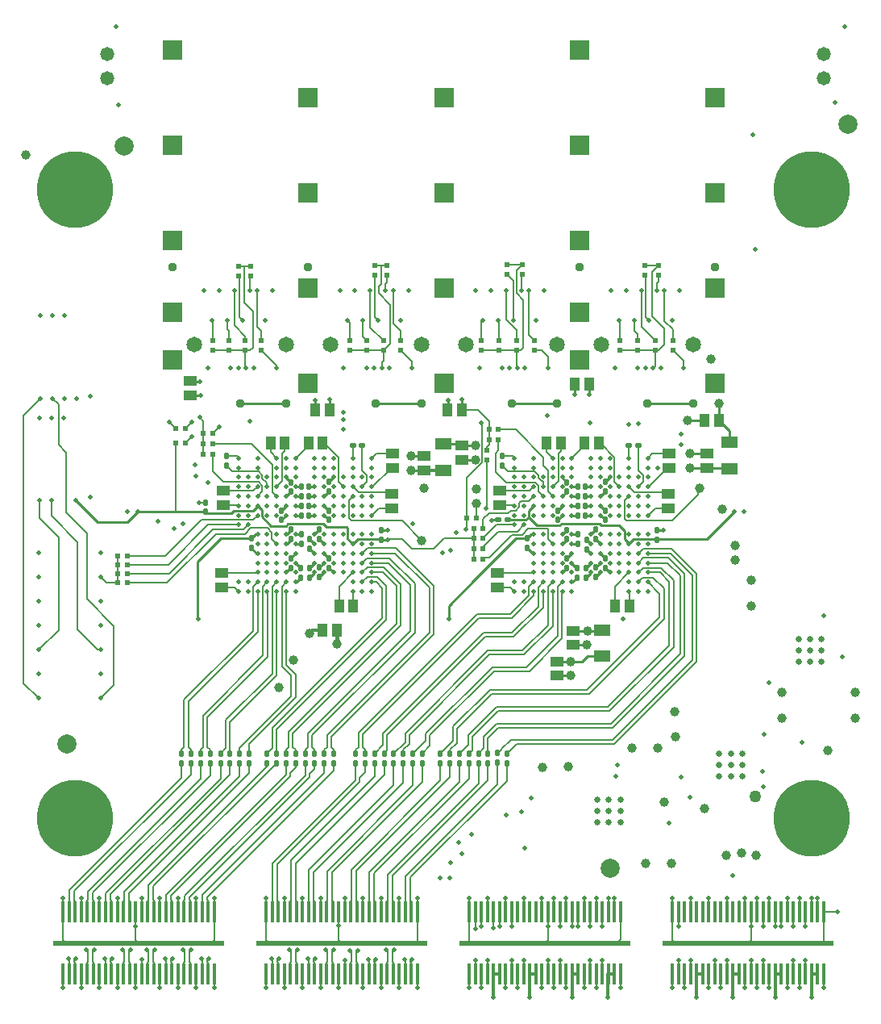
<source format=gbl>
%FSLAX25Y25*%
%MOIN*%
G70*
G01*
G75*
G04 Layer_Physical_Order=8*
G04 Layer_Color=16711680*
%ADD10R,0.06693X0.04528*%
%ADD11R,0.07087X0.07087*%
G04:AMPARAMS|DCode=12|XSize=19.69mil|YSize=23.62mil|CornerRadius=4.92mil|HoleSize=0mil|Usage=FLASHONLY|Rotation=90.000|XOffset=0mil|YOffset=0mil|HoleType=Round|Shape=RoundedRectangle|*
%AMROUNDEDRECTD12*
21,1,0.01969,0.01378,0,0,90.0*
21,1,0.00984,0.02362,0,0,90.0*
1,1,0.00984,0.00689,0.00492*
1,1,0.00984,0.00689,-0.00492*
1,1,0.00984,-0.00689,-0.00492*
1,1,0.00984,-0.00689,0.00492*
%
%ADD12ROUNDEDRECTD12*%
%ADD13R,0.04528X0.06693*%
%ADD14C,0.07874*%
%ADD15R,0.02362X0.02362*%
%ADD16R,0.08661X0.05709*%
%ADD17C,0.03937*%
%ADD18C,0.01772*%
%ADD19R,0.47441X0.07874*%
%ADD20R,0.02362X0.02362*%
%ADD21R,0.02362X0.07087*%
G04:AMPARAMS|DCode=22|XSize=19.69mil|YSize=23.62mil|CornerRadius=4.92mil|HoleSize=0mil|Usage=FLASHONLY|Rotation=180.000|XOffset=0mil|YOffset=0mil|HoleType=Round|Shape=RoundedRectangle|*
%AMROUNDEDRECTD22*
21,1,0.01969,0.01378,0,0,180.0*
21,1,0.00984,0.02362,0,0,180.0*
1,1,0.00984,-0.00492,0.00689*
1,1,0.00984,0.00492,0.00689*
1,1,0.00984,0.00492,-0.00689*
1,1,0.00984,-0.00492,-0.00689*
%
%ADD22ROUNDEDRECTD22*%
%ADD23R,0.03740X0.01378*%
%ADD24R,0.01378X0.03740*%
%ADD25R,0.12992X0.12992*%
%ADD26R,0.04528X0.07087*%
%ADD27R,0.01969X0.07874*%
%ADD28R,0.14488X0.05000*%
%ADD29R,0.05512X0.03937*%
%ADD30R,0.03937X0.05512*%
%ADD31R,0.05709X0.08661*%
%ADD32R,0.12992X0.12992*%
%ADD33R,0.04331X0.10236*%
%ADD34R,0.10236X0.04331*%
%ADD35R,0.05512X0.04331*%
%ADD36R,0.04331X0.05512*%
%ADD37C,0.00500*%
%ADD38C,0.01000*%
%ADD39C,0.00800*%
%ADD40C,0.01969*%
%ADD41C,0.01500*%
%ADD42C,0.01200*%
%ADD43C,0.00600*%
%ADD44C,0.02000*%
%ADD45C,0.03740*%
%ADD46R,0.07874X0.07874*%
%ADD47C,0.31496*%
%ADD48C,0.06496*%
%ADD49C,0.05800*%
%ADD50C,0.01940*%
%ADD51C,0.05000*%
%ADD52C,0.02598*%
%ADD53C,0.04000*%
%ADD54C,0.05740*%
%ADD55C,0.06134*%
%ADD56C,0.17000*%
%ADD57C,0.06600*%
%ADD58C,0.08102*%
%ADD59C,0.08000*%
%ADD60C,0.03969*%
%ADD61C,0.03000*%
%ADD62C,0.04800*%
%ADD63C,0.00394*%
%ADD64C,0.00400*%
%ADD65C,0.03299*%
%ADD66C,0.05000*%
%ADD67R,0.01600X0.08500*%
%ADD68R,0.71000X0.02000*%
D10*
X295636Y231882D02*
D03*
Y242709D02*
D03*
X242987Y165262D02*
D03*
Y154435D02*
D03*
X177139Y231160D02*
D03*
Y241987D02*
D03*
D12*
X200000Y210630D02*
D03*
X203937D02*
D03*
X253937Y241323D02*
D03*
X257874D02*
D03*
X139764D02*
D03*
X143701D02*
D03*
D14*
X344488Y374016D02*
D03*
X246063Y66929D02*
D03*
X21654Y118110D02*
D03*
X45276Y364961D02*
D03*
D15*
X195276Y235433D02*
D03*
Y239370D02*
D03*
X92520Y311417D02*
D03*
Y315354D02*
D03*
X97638Y311417D02*
D03*
Y315354D02*
D03*
X148819Y311811D02*
D03*
Y315748D02*
D03*
X153937Y311811D02*
D03*
Y315748D02*
D03*
X266142Y311811D02*
D03*
Y315748D02*
D03*
X260630Y311811D02*
D03*
Y315748D02*
D03*
X203543Y312205D02*
D03*
Y316142D02*
D03*
X209842Y312205D02*
D03*
Y316142D02*
D03*
X264765Y280866D02*
D03*
Y284803D02*
D03*
X207574Y280866D02*
D03*
Y284803D02*
D03*
X152466Y280866D02*
D03*
Y284803D02*
D03*
X95279Y280759D02*
D03*
Y284696D02*
D03*
X101969D02*
D03*
Y280759D02*
D03*
X257482Y280866D02*
D03*
Y284803D02*
D03*
X192800Y280866D02*
D03*
Y284803D02*
D03*
X250200Y280759D02*
D03*
Y284696D02*
D03*
X214961Y284803D02*
D03*
Y280866D02*
D03*
X272047Y284803D02*
D03*
Y280866D02*
D03*
X88590Y280759D02*
D03*
Y284696D02*
D03*
X138500Y280866D02*
D03*
Y284803D02*
D03*
X81900Y280759D02*
D03*
Y284696D02*
D03*
X159449Y284803D02*
D03*
Y280866D02*
D03*
X200187Y280866D02*
D03*
Y284803D02*
D03*
X145483Y280866D02*
D03*
Y284803D02*
D03*
D17*
X336221Y115354D02*
D03*
X300394Y73228D02*
D03*
X168300Y202100D02*
D03*
X283071Y223622D02*
D03*
X268504Y94095D02*
D03*
X4519Y361417D02*
D03*
X287795Y277165D02*
D03*
X297793Y194147D02*
D03*
Y200053D02*
D03*
X292446Y215200D02*
D03*
X291253Y258782D02*
D03*
X278286Y251720D02*
D03*
X279175Y238148D02*
D03*
Y232242D02*
D03*
X229889Y146347D02*
D03*
Y152253D02*
D03*
X236676Y158996D02*
D03*
X236716Y164862D02*
D03*
X169300Y223824D02*
D03*
X190972Y217447D02*
D03*
Y223353D02*
D03*
X190414Y241399D02*
D03*
Y235494D02*
D03*
X163871Y231194D02*
D03*
Y237099D02*
D03*
X133267Y159555D02*
D03*
X121791Y163758D02*
D03*
X109055Y141339D02*
D03*
X115354Y152756D02*
D03*
X304528Y185630D02*
D03*
Y175000D02*
D03*
X317323Y139567D02*
D03*
X347638D02*
D03*
Y128937D02*
D03*
X317323D02*
D03*
X306693Y72047D02*
D03*
X294094D02*
D03*
X285039Y91339D02*
D03*
X271457Y68701D02*
D03*
X260827D02*
D03*
X273000Y131500D02*
D03*
X273076Y121176D02*
D03*
X265945Y116339D02*
D03*
X255315D02*
D03*
X228740Y108661D02*
D03*
X218307Y108465D02*
D03*
D20*
X81890Y246457D02*
D03*
X77953D02*
D03*
X81890Y242126D02*
D03*
X77953D02*
D03*
X81890Y237795D02*
D03*
X77953D02*
D03*
X46457Y195669D02*
D03*
X42520D02*
D03*
X46457Y192126D02*
D03*
X42520D02*
D03*
X46457Y188583D02*
D03*
X42520D02*
D03*
X46457Y184646D02*
D03*
X42520D02*
D03*
X200000Y248031D02*
D03*
X196063D02*
D03*
X200000Y243701D02*
D03*
X196063D02*
D03*
X193701Y207087D02*
D03*
X189764D02*
D03*
X193701Y194488D02*
D03*
X189764D02*
D03*
X193701Y198819D02*
D03*
X189764D02*
D03*
X193701Y203150D02*
D03*
X189764D02*
D03*
X187008Y211417D02*
D03*
X190945D02*
D03*
X70473Y248306D02*
D03*
X66535D02*
D03*
X66535Y242350D02*
D03*
X70472D02*
D03*
D22*
X199600Y114300D02*
D03*
Y110363D02*
D03*
X203543Y114173D02*
D03*
Y110236D02*
D03*
X87386Y237008D02*
D03*
Y233071D02*
D03*
X114100Y226269D02*
D03*
Y222332D02*
D03*
X118600Y224468D02*
D03*
Y220532D02*
D03*
X121600Y224468D02*
D03*
Y220532D02*
D03*
X129900Y226468D02*
D03*
Y222532D02*
D03*
X118400Y212531D02*
D03*
Y216469D02*
D03*
X110200Y210631D02*
D03*
Y214568D02*
D03*
X114100Y202731D02*
D03*
Y206668D02*
D03*
X118500Y200832D02*
D03*
Y204768D02*
D03*
X121600Y212531D02*
D03*
Y216469D02*
D03*
X151484Y206368D02*
D03*
Y202432D02*
D03*
X129900Y210631D02*
D03*
Y214568D02*
D03*
X126032Y202803D02*
D03*
Y206740D02*
D03*
X122000Y202803D02*
D03*
Y198866D02*
D03*
X114160Y190931D02*
D03*
Y194869D02*
D03*
X129900Y190931D02*
D03*
Y194869D02*
D03*
X126008Y187031D02*
D03*
Y190969D02*
D03*
X118300Y186932D02*
D03*
Y190868D02*
D03*
X122000Y186932D02*
D03*
Y190868D02*
D03*
X201575Y237008D02*
D03*
Y233071D02*
D03*
X211811Y199213D02*
D03*
Y203150D02*
D03*
X228273Y226269D02*
D03*
Y222332D02*
D03*
X232873Y224468D02*
D03*
Y220532D02*
D03*
X235873Y224468D02*
D03*
Y220532D02*
D03*
X244073Y226468D02*
D03*
Y222532D02*
D03*
X244073Y210631D02*
D03*
Y214568D02*
D03*
X235773Y212531D02*
D03*
Y216469D02*
D03*
X232773Y212531D02*
D03*
Y216469D02*
D03*
X224373Y210631D02*
D03*
Y214568D02*
D03*
X228300Y202663D02*
D03*
Y206600D02*
D03*
X232773Y200832D02*
D03*
Y204768D02*
D03*
X240133Y202731D02*
D03*
Y206668D02*
D03*
X236433Y202432D02*
D03*
Y198495D02*
D03*
X228300Y190931D02*
D03*
Y194869D02*
D03*
X244073Y190931D02*
D03*
Y194869D02*
D03*
X240173Y187031D02*
D03*
Y190969D02*
D03*
X236173Y186932D02*
D03*
Y190868D02*
D03*
X232473Y186932D02*
D03*
Y190868D02*
D03*
X265400Y206437D02*
D03*
Y202500D02*
D03*
X97727Y199032D02*
D03*
Y202969D02*
D03*
X79038Y217913D02*
D03*
Y213976D02*
D03*
X68898Y110236D02*
D03*
Y114173D02*
D03*
X72835Y110236D02*
D03*
Y114173D02*
D03*
X76772Y110236D02*
D03*
Y114173D02*
D03*
X80709Y110236D02*
D03*
Y114173D02*
D03*
X85039Y110236D02*
D03*
Y114173D02*
D03*
X88976Y110236D02*
D03*
Y114173D02*
D03*
X92913Y110236D02*
D03*
Y114173D02*
D03*
X96850Y110236D02*
D03*
Y114173D02*
D03*
X104331Y110236D02*
D03*
Y114173D02*
D03*
X108268Y110236D02*
D03*
Y114173D02*
D03*
X112205Y110236D02*
D03*
Y114173D02*
D03*
X116142Y110236D02*
D03*
Y114173D02*
D03*
X120079Y110236D02*
D03*
Y114173D02*
D03*
X124016Y110236D02*
D03*
Y114173D02*
D03*
X127953Y110236D02*
D03*
Y114173D02*
D03*
X131890Y110236D02*
D03*
Y114173D02*
D03*
X140945Y110236D02*
D03*
Y114173D02*
D03*
X144882Y110236D02*
D03*
Y114173D02*
D03*
X148819Y110236D02*
D03*
Y114173D02*
D03*
X152756Y110236D02*
D03*
Y114173D02*
D03*
X156693Y110236D02*
D03*
Y114173D02*
D03*
X160630Y110236D02*
D03*
Y114173D02*
D03*
X164567Y110236D02*
D03*
Y114173D02*
D03*
X168504Y110236D02*
D03*
Y114173D02*
D03*
X175984Y110236D02*
D03*
Y114173D02*
D03*
X179921Y110236D02*
D03*
Y114173D02*
D03*
X183858Y110236D02*
D03*
Y114173D02*
D03*
X187795Y110236D02*
D03*
Y114173D02*
D03*
X191732Y110236D02*
D03*
Y114173D02*
D03*
X195669Y110236D02*
D03*
Y114173D02*
D03*
D35*
X184942Y241399D02*
D03*
Y235494D02*
D03*
X169343Y231194D02*
D03*
Y237099D02*
D03*
X224100Y152253D02*
D03*
Y146347D02*
D03*
X230887Y164902D02*
D03*
Y158996D02*
D03*
X85433Y182874D02*
D03*
Y188779D02*
D03*
X156299Y237992D02*
D03*
Y232087D02*
D03*
X86221Y216732D02*
D03*
Y222638D02*
D03*
X155905Y215551D02*
D03*
Y221457D02*
D03*
X72441Y262134D02*
D03*
Y268039D02*
D03*
X286236Y232242D02*
D03*
Y238148D02*
D03*
X199606Y182874D02*
D03*
Y188779D02*
D03*
X270472Y237992D02*
D03*
Y232087D02*
D03*
X200394Y216732D02*
D03*
Y222638D02*
D03*
X270079Y215551D02*
D03*
Y221457D02*
D03*
D36*
X127370Y165000D02*
D03*
X133276D02*
D03*
X139961Y175197D02*
D03*
X134055D02*
D03*
X121457Y242520D02*
D03*
X127362D02*
D03*
X105709D02*
D03*
X111614D02*
D03*
X184843Y256063D02*
D03*
X178937D02*
D03*
X237598Y266693D02*
D03*
X231693D02*
D03*
X130118Y256063D02*
D03*
X124213D02*
D03*
X291253Y251720D02*
D03*
X285347D02*
D03*
X254134Y175197D02*
D03*
X248228D02*
D03*
X235630Y242520D02*
D03*
X241535D02*
D03*
X219882D02*
D03*
X225787D02*
D03*
D37*
X18110Y241732D02*
Y258347D01*
X21260Y213779D02*
X29921Y205118D01*
Y177953D02*
Y205118D01*
Y177953D02*
X40945Y166929D01*
Y142480D02*
Y166929D01*
X15610Y260846D02*
X18110Y258347D01*
Y241732D02*
X21260Y238583D01*
Y213779D02*
Y238583D01*
X35433Y136969D02*
X40945Y142480D01*
X3543Y143268D02*
Y253780D01*
X10610Y260846D01*
X3543Y143268D02*
X9843Y136969D01*
X18110Y165236D02*
Y203543D01*
X10216Y211437D02*
X18110Y203543D01*
X9843Y156968D02*
X18110Y165236D01*
X10216Y211437D02*
Y218721D01*
X34370Y156968D02*
X35433D01*
X25984Y165354D02*
X34370Y156968D01*
X25984Y165354D02*
Y201575D01*
X15216Y212343D02*
X25984Y201575D01*
X15216Y212343D02*
Y218721D01*
X193233Y234326D02*
Y250468D01*
X192913Y250787D02*
X193233Y250468D01*
X187008Y228101D02*
X193233Y234326D01*
X187008Y211417D02*
Y228101D01*
X194882Y215354D02*
X195276Y215748D01*
Y231102D01*
X148819Y294496D02*
X150145Y293169D01*
X148819Y294496D02*
Y311811D01*
X153937Y308661D02*
Y311811D01*
X153295Y308019D02*
X153937Y308661D01*
X153295Y305571D02*
Y308019D01*
X259200Y290368D02*
Y305571D01*
Y290368D02*
X264765Y284803D01*
X203098Y293478D02*
X207574Y289003D01*
X203098Y293478D02*
Y305571D01*
X207574Y284803D02*
Y289003D01*
X146996Y290273D02*
Y305571D01*
Y290273D02*
X152466Y284803D01*
X97638Y315354D02*
X97638Y315354D01*
X94882Y315354D02*
X97638D01*
X92520Y315354D02*
X94882D01*
X94882Y300394D02*
Y315354D01*
Y300394D02*
X98425Y296850D01*
X94882Y315354D02*
X94882Y315354D01*
X98425Y281890D02*
Y296850D01*
X97294Y280759D02*
X98425Y281890D01*
X95279Y280759D02*
X97294D01*
X90893Y290997D02*
X95279Y286611D01*
X90893Y290997D02*
Y305571D01*
X95279Y284696D02*
Y286611D01*
X92713Y294499D02*
Y311224D01*
Y294499D02*
X94043Y293169D01*
X92520Y311417D02*
X92713Y311224D01*
X97193Y310972D02*
X97638Y311417D01*
X97193Y305571D02*
Y310972D01*
X250200Y280759D02*
X264658D01*
X263386Y294882D02*
Y312992D01*
Y294882D02*
X268504Y289764D01*
X260630Y315748D02*
X266142D01*
X263386Y312992D02*
X266142Y315748D01*
X268504Y283071D02*
Y289764D01*
X266299Y280866D02*
X268504Y283071D01*
X264765Y280866D02*
X266299D01*
X261020Y294499D02*
Y311421D01*
Y294499D02*
X262350Y293169D01*
X260630Y311811D02*
X261020Y311421D01*
X265500Y308413D02*
X266142Y309055D01*
X265500Y305571D02*
Y308413D01*
X266142Y309055D02*
Y311811D01*
X207480Y304331D02*
Y313779D01*
Y304331D02*
X210236Y301575D01*
X207480Y313779D02*
X209842Y316142D01*
X210236Y281890D02*
Y301575D01*
X209213Y280866D02*
X210236Y281890D01*
X207574Y280866D02*
X209213D01*
X203543Y312205D02*
X206248Y309500D01*
Y293169D02*
Y309500D01*
X209397Y311759D02*
X209842Y312205D01*
X209397Y305571D02*
Y311759D01*
X203543Y316142D02*
X209842D01*
X151575Y315748D02*
X151575Y315748D01*
X148819Y315748D02*
X151575D01*
X150394Y304331D02*
X155118Y299606D01*
X151575Y315748D02*
X153937D01*
X151575Y315748D02*
X151575Y315748D01*
X151575Y308268D02*
Y315748D01*
X150394Y307087D02*
X151575Y308268D01*
X150394Y304331D02*
Y307087D01*
X155118Y283465D02*
Y299606D01*
X152520Y280866D02*
X155118Y283465D01*
X152466Y280866D02*
X152520D01*
X282677Y221260D02*
Y223622D01*
X271717Y210300D02*
X282677Y221260D01*
X160236Y202756D02*
X164173Y198819D01*
X173228D01*
X177559Y203150D01*
X154331Y202756D02*
X160236D01*
X177559Y203150D02*
X189764D01*
X66535Y213976D02*
Y242350D01*
X189764Y203150D02*
Y207087D01*
Y198819D02*
Y203150D01*
Y194488D02*
Y198819D01*
X70472Y242350D02*
X73228Y245106D01*
X70473Y248306D02*
X73228Y251061D01*
X63779D02*
X66535Y248306D01*
X77953Y246457D02*
Y251575D01*
Y242126D02*
Y246457D01*
Y237795D02*
Y242126D01*
X76378Y253150D02*
X77953Y251575D01*
X191575Y256063D02*
X196063Y251575D01*
Y248031D02*
Y251575D01*
X184843Y256063D02*
X191575D01*
X196063Y243701D02*
Y248031D01*
X195276Y240945D02*
X196063Y241732D01*
Y243701D01*
X195276Y239370D02*
Y240945D01*
Y231102D02*
Y235433D01*
X42520Y192126D02*
Y195669D01*
Y188583D02*
Y192126D01*
Y184646D02*
Y188583D01*
X104379Y207432D02*
X106299Y205512D01*
X83246Y204900D02*
X95155D01*
X62992Y184646D02*
X83246Y204900D01*
X108268Y200787D02*
Y200787D01*
X106299Y202756D02*
X108268Y200787D01*
X106299Y202756D02*
Y205512D01*
X97686Y207432D02*
X104379D01*
X95155Y204900D02*
X97686Y207432D01*
X81978Y206781D02*
X94576D01*
X63779Y188583D02*
X81978Y206781D01*
X46457Y188583D02*
X63779D01*
X79921Y208662D02*
X92520D01*
X63386Y192126D02*
X79921Y208662D01*
X46457Y192126D02*
X63386D01*
X77165Y210630D02*
X98425D01*
X62205Y195669D02*
X77165Y210630D01*
X46457Y195669D02*
X62205D01*
X94576Y206781D02*
X96457Y208662D01*
X81890Y246457D02*
X84646Y249213D01*
X81890Y230709D02*
Y237795D01*
Y242126D02*
X81890Y242126D01*
X98032D01*
X106648Y233510D01*
Y222093D02*
Y233510D01*
Y222093D02*
X108268Y220473D01*
X86221Y226378D02*
X100787D01*
X102362Y224803D01*
Y222441D02*
Y224803D01*
X81890Y230709D02*
X86221Y226378D01*
X100394Y220473D02*
X102362Y222441D01*
X98425Y210630D02*
X100394Y212598D01*
X87402Y233071D02*
X89809Y230664D01*
X209449Y218504D02*
X212598D01*
X203937Y213386D02*
X205118Y214567D01*
X196063Y213386D02*
X203937D01*
X193701Y211024D02*
X196063Y213386D01*
X212598Y218504D02*
X214567Y220473D01*
X208661Y217717D02*
X209449Y218504D01*
X208661Y216142D02*
Y217717D01*
X207087Y214567D02*
X208661Y216142D01*
X205118Y214567D02*
X207087D01*
X193701Y207087D02*
Y211024D01*
Y203150D02*
X199213Y208662D01*
X220472Y222441D02*
Y231102D01*
X218504Y233071D02*
X220472Y231102D01*
X218504Y233071D02*
Y236614D01*
X207087Y248031D02*
X218504Y236614D01*
X220472Y222441D02*
X222441Y220473D01*
X200000Y248031D02*
X207087D01*
X200000Y239370D02*
Y243701D01*
X198819Y230315D02*
Y238189D01*
Y230315D02*
X203150Y225984D01*
X215309Y226029D02*
X216535Y224803D01*
Y222441D02*
Y224803D01*
X198819Y238189D02*
X200000Y239370D01*
X203150Y225984D02*
X205977D01*
X206022Y226029D01*
X215309D01*
X216535Y222441D02*
X218504Y220473D01*
X212205Y207087D02*
X220079D01*
X209720Y204602D02*
X212205Y207087D01*
X205389Y204602D02*
X209720D01*
X196063Y195276D02*
X205389Y204602D01*
X220472Y202756D02*
X222441Y200787D01*
X220472Y202756D02*
Y206693D01*
X220079Y207087D02*
X220472Y206693D01*
X193701Y195276D02*
X196063D01*
X207874Y205906D02*
X210630Y208662D01*
X200000Y205906D02*
X207874D01*
X193701Y199606D02*
X200000Y205906D01*
X199213Y208662D02*
X206693D01*
X197246Y210402D02*
X197277Y210433D01*
X46457Y184646D02*
X62992D01*
X35433Y186969D02*
X37756Y184646D01*
X42520D01*
X186614Y206693D02*
X187008Y207087D01*
Y211417D01*
X190945Y217421D02*
X190972Y217447D01*
X190945Y211417D02*
Y217421D01*
X190972Y217447D02*
X191339Y217080D01*
X268168Y206637D02*
X268200Y206668D01*
X240133Y202731D02*
X240182D01*
X154269Y206368D02*
X154300Y206400D01*
X264764Y215551D02*
X270079D01*
X261811Y212598D02*
X264764Y215551D01*
X269443Y222093D02*
X270079Y221457D01*
X256254Y222093D02*
X269443D01*
X253937Y224410D02*
X256254Y222093D01*
X261811Y224410D02*
X262205D01*
X269882Y232087D01*
X263583Y237992D02*
X270472D01*
X261811Y236221D02*
X263583Y237992D01*
X257874Y231102D02*
Y241339D01*
X259842Y226378D02*
Y229134D01*
X257874Y224410D02*
X259842Y226378D01*
X257874Y231102D02*
X259842Y229134D01*
X253937Y236221D02*
Y241339D01*
Y236221D02*
X253937Y236221D01*
X241535Y242520D02*
X242055D01*
X248031Y236543D01*
Y226378D02*
X250000Y224410D01*
X248031Y226378D02*
Y236543D01*
X235630Y241536D02*
Y242520D01*
X230315Y236221D02*
X235630Y241536D01*
X219882Y238779D02*
Y242520D01*
Y238779D02*
X222441Y236221D01*
X225787Y239173D02*
Y242520D01*
X222441Y224410D02*
X224758Y226727D01*
Y238144D01*
X225787Y239173D01*
X201575Y237008D02*
X205906D01*
X206693Y236221D01*
X201575Y233071D02*
X203982Y230664D01*
X215006D01*
X216535Y229134D01*
X200394Y222638D02*
X212795D01*
X214567Y224410D01*
X200394Y216732D02*
X206496D01*
X206693Y216535D01*
X199606Y182874D02*
X204921D01*
X206693Y181102D01*
X199606Y188779D02*
X214370D01*
X214567Y188976D01*
X254134Y175197D02*
Y180905D01*
X253937Y181102D02*
X254134Y180905D01*
X248228Y175197D02*
Y183267D01*
X253937Y188976D01*
X230315Y181102D02*
X230315Y181102D01*
X116142Y181102D02*
X116142Y181102D01*
X134055Y183267D02*
X139764Y188976D01*
X134055Y175197D02*
Y183267D01*
X139764Y181102D02*
X139961Y180905D01*
Y175197D02*
Y180905D01*
X100197Y188779D02*
X100394Y188976D01*
X85433Y188779D02*
X100197D01*
X90748Y182874D02*
X92520Y181102D01*
X85433Y182874D02*
X90748D01*
X92323Y216732D02*
X92520Y216535D01*
X86221Y216732D02*
X92323D01*
X98622Y222638D02*
X100394Y224410D01*
X86221Y222638D02*
X98622D01*
X100832Y230664D02*
X102362Y229134D01*
X89809Y230664D02*
X100832D01*
X91732Y237008D02*
X92520Y236221D01*
X87402Y237008D02*
X91732D01*
X110585Y238144D02*
X111614Y239173D01*
X110585Y226727D02*
Y238144D01*
X108268Y224410D02*
X110585Y226727D01*
X111614Y239173D02*
Y242520D01*
X105709Y238779D02*
X108268Y236221D01*
X105709Y238779D02*
Y242520D01*
X116142Y236221D02*
X121457Y241536D01*
Y242520D01*
X133858Y226378D02*
Y236543D01*
Y226378D02*
X135827Y224410D01*
X127882Y242520D02*
X133858Y236543D01*
X127362Y242520D02*
X127882D01*
X139764Y236221D02*
X139764Y236221D01*
X139764Y236221D02*
Y241339D01*
X143701Y231102D02*
X145669Y229134D01*
X143701Y224410D02*
X145669Y226378D01*
Y229134D01*
X143701Y231102D02*
Y241339D01*
X147638Y236221D02*
X149409Y237992D01*
X156299D01*
X148032Y224410D02*
X155709Y232087D01*
X147638Y224410D02*
X148032D01*
X155709Y232087D02*
X156299D01*
X139764Y224410D02*
X142081Y222093D01*
X155270D01*
X155905Y221457D01*
X147638Y212598D02*
X150591Y215551D01*
X155905D01*
X81900Y284696D02*
Y292714D01*
X81445Y293169D02*
X81900Y292714D01*
Y280759D02*
X88590D01*
X95279D01*
Y273626D02*
Y280759D01*
Y273626D02*
X95618Y273287D01*
X88590Y284696D02*
Y288733D01*
X87744Y289579D02*
Y293169D01*
Y289579D02*
X88590Y288733D01*
X101969Y284696D02*
Y288740D01*
X100342Y290367D02*
Y305571D01*
Y290367D02*
X101969Y288740D01*
Y280759D02*
X108216Y274511D01*
Y273287D02*
Y274511D01*
X138500Y280866D02*
X145483D01*
X152466D01*
X151720Y273287D02*
Y275795D01*
X152466Y276541D02*
Y280866D01*
X151720Y275795D02*
X152466Y276541D01*
X138500Y284803D02*
Y292216D01*
X137547Y293169D02*
X138500Y292216D01*
X143846Y286440D02*
X145483Y284803D01*
X143846Y286440D02*
Y293169D01*
X159449Y284803D02*
Y288937D01*
X156445Y291941D02*
Y305571D01*
Y291941D02*
X159449Y288937D01*
Y280866D02*
X164319Y275996D01*
Y273287D02*
Y275996D01*
X192800Y284803D02*
Y292320D01*
X193649Y293169D01*
X200187Y284803D02*
Y292931D01*
X199948Y293169D02*
X200187Y292931D01*
X192800Y280866D02*
X200187D01*
X207574D01*
X212547Y287217D02*
Y305571D01*
Y287217D02*
X214961Y284803D01*
Y280866D02*
X217815D01*
X220421Y273287D02*
Y278260D01*
X217815Y280866D02*
X220421Y278260D01*
X250200Y284696D02*
Y292721D01*
X249752Y293169D02*
X250200Y292721D01*
X264658Y280759D02*
X264765Y280866D01*
Y274127D02*
Y280866D01*
X263925Y273287D02*
X264765Y274127D01*
X272047Y280866D02*
X276523Y276390D01*
Y273287D02*
Y276390D01*
X257482Y284803D02*
Y287360D01*
X256051Y288792D02*
Y293169D01*
Y288792D02*
X257482Y287360D01*
X268649Y292729D02*
Y305571D01*
Y292729D02*
X272047Y289331D01*
Y284803D02*
Y289331D01*
X102362Y227938D02*
Y229134D01*
Y227938D02*
X104331Y225969D01*
Y224410D02*
Y225969D01*
X218504Y224410D02*
Y226596D01*
X217833Y226727D02*
X218373D01*
X218504Y226596D01*
X216535Y228024D02*
X217833Y226727D01*
X216535Y228024D02*
Y229134D01*
X207574Y273536D02*
Y280866D01*
Y273536D02*
X207822Y273287D01*
X160100Y210300D02*
X168300Y202100D01*
X138100Y211400D02*
X139200Y210300D01*
X138100Y211400D02*
Y218809D01*
X139764Y220473D01*
X139200Y210300D02*
X160100D01*
X253000D02*
X271717D01*
X252100Y211200D02*
X253000Y210300D01*
X252100Y211200D02*
Y218635D01*
X253937Y220473D01*
D38*
X255850Y202700D02*
X277600D01*
X286165D02*
X297441Y213976D01*
X277600Y202700D02*
X286165D01*
X66535Y213976D02*
X79038D01*
X50787D02*
X66535D01*
X190354Y186023D02*
X207299Y202969D01*
X179600Y175269D02*
X190354Y186023D01*
X79547Y213467D02*
X89451D01*
X79038Y213976D02*
X79547Y213467D01*
X98425Y214567D02*
X100394Y216535D01*
X90551Y214567D02*
X98425D01*
X102264Y212021D02*
Y214666D01*
X100394Y216535D02*
X102264Y214666D01*
X89451Y213467D02*
X90551Y214567D01*
X207299Y202969D02*
X211900D01*
X179600Y169800D02*
Y175269D01*
X249789Y208479D02*
X252067Y206201D01*
X225947Y209055D02*
X241943D01*
X253937Y200787D02*
Y200984D01*
X252067Y202854D02*
X253937Y200984D01*
X252067Y202854D02*
Y206201D01*
X242520Y208479D02*
X249789D01*
X241943Y209055D02*
X242520Y208479D01*
X215773Y208550D02*
X225442D01*
X212500Y211824D02*
X215773Y208550D01*
X225442D02*
X225947Y209055D01*
X211306Y210630D02*
X212500Y211824D01*
Y214469D01*
X214567Y216535D01*
X203937Y210630D02*
X211306D01*
X197231D02*
X200000D01*
X112205Y208268D02*
X112992Y209055D01*
X106017Y208268D02*
X112205D01*
X102264Y212021D02*
X106017Y208268D01*
X265446Y206440D02*
X268214D01*
X112992Y209055D02*
X127559D01*
X128740Y207874D01*
X137126D01*
X127953Y200787D02*
Y200882D01*
X126032Y202803D02*
X127953Y200882D01*
X124016Y204724D02*
X126032Y206740D01*
X122000Y198866D02*
X124016Y196850D01*
X122000Y202803D02*
X124016Y200787D01*
X240182Y202731D02*
X242126Y200787D01*
X236433Y198495D02*
X238077Y196850D01*
X236433Y202432D02*
X238077Y200787D01*
X238189Y204724D02*
X239833Y206368D01*
X295636Y242709D02*
Y247337D01*
X291253Y251720D02*
X295636Y247337D01*
X291253Y251720D02*
Y258782D01*
X278286Y251720D02*
X285347D01*
X279175Y238148D02*
X286236D01*
X279175Y232242D02*
X286236D01*
X295276D02*
X295636Y231882D01*
X286236Y232242D02*
X295276D01*
X234536Y152253D02*
X236719Y154435D01*
X242987D01*
X229889Y152253D02*
X234536D01*
X224100Y146347D02*
X229889D01*
X224100Y152253D02*
X229889D01*
X230887Y158996D02*
X236676D01*
X230887Y164902D02*
X230927Y164862D01*
X236716D01*
X242187D01*
X184942Y241399D02*
X190414D01*
X184942Y235494D02*
X190414D01*
X163871Y231194D02*
X169343D01*
X163871Y237099D02*
X169343D01*
X184355Y241987D02*
X184942Y241399D01*
X177139Y241987D02*
X184355D01*
X237468Y262504D02*
Y266834D01*
X75700Y169800D02*
Y193600D01*
X277600Y202700D02*
X277619Y202719D01*
X154269Y202432D02*
X154300Y202463D01*
X151500Y202432D02*
X154269D01*
X151500Y206368D02*
X154269D01*
X72300Y267909D02*
X76630D01*
X72441Y262134D02*
X76772D01*
X124343Y255922D02*
Y260252D01*
X130118Y256063D02*
Y260394D01*
X179067Y255922D02*
Y260252D01*
X184843Y256063D02*
Y260394D01*
X231693Y262362D02*
Y266693D01*
X100394Y204725D02*
Y204726D01*
X99483Y204725D02*
X100394D01*
X97727Y202969D02*
X99483Y204725D01*
X97727Y199032D02*
X99908Y196851D01*
X214081Y196850D02*
X214567D01*
X211900Y199031D02*
X214081Y196850D01*
X211900Y202969D02*
X213656Y204724D01*
X214567D01*
X244185Y226468D02*
X246063Y228346D01*
X244073Y226468D02*
X244185D01*
X130012D02*
X131890Y228346D01*
X129900Y226468D02*
X130012D01*
X230374Y220532D02*
X232873D01*
X230315Y220473D02*
X230374Y220532D01*
Y224468D02*
X232873D01*
X230315Y224410D02*
X230374Y224468D01*
X235773D02*
X238130D01*
X238189Y224410D01*
X235773Y220532D02*
X238130D01*
X238189Y220473D01*
X242126D02*
Y220584D01*
X244073Y222532D01*
X242126Y216535D02*
X244073Y214588D01*
Y214568D02*
Y214588D01*
X242126Y212579D02*
Y212598D01*
Y212579D02*
X244073Y210631D01*
X226378Y228164D02*
X228273Y226269D01*
X226378Y228164D02*
Y228346D01*
X226414Y220473D02*
X228273Y222332D01*
X226378Y220473D02*
X226414D01*
X224373Y214568D02*
X224411D01*
X226378Y216535D01*
X224373Y210631D02*
X224411D01*
X226378Y212598D01*
X230581Y185039D02*
X232473Y186932D01*
X230315Y185039D02*
X230581D01*
X232360Y190868D02*
X232473D01*
X230315Y192913D02*
X232360Y190868D01*
X228373Y190972D02*
Y191032D01*
X226378Y188976D02*
X228373Y190972D01*
X236173Y190868D02*
X238189Y192884D01*
Y192913D01*
X236173Y186932D02*
X238189Y188947D01*
Y188976D01*
X240173Y187031D02*
X240181D01*
X242126Y188976D01*
X240173Y190969D02*
X240181D01*
X242126Y192913D01*
X244073Y190931D02*
X246028Y188976D01*
X246063D01*
X242126Y196816D02*
X244073Y194869D01*
X242126Y196816D02*
Y196850D01*
X238133Y200731D02*
X238189Y200787D01*
X238133Y204668D02*
X238189Y204724D01*
X230359Y204768D02*
X232773D01*
X230315Y204724D02*
X230359Y204768D01*
Y200832D02*
X232773D01*
X230315Y200787D02*
X230359Y200832D01*
X226629Y200787D02*
X228273Y202432D01*
X226378Y200787D02*
X226629D01*
Y204724D02*
X228273Y206368D01*
X226378Y204724D02*
X226629D01*
X228373Y194968D02*
X228433D01*
X230315Y196850D01*
X214567Y204724D02*
Y204725D01*
X235773Y216469D02*
X238122D01*
X230382D02*
X232773D01*
X230382Y212531D02*
X232773D01*
X235773D02*
X238122D01*
X123949D02*
X124016Y212598D01*
X121600Y212531D02*
X123949D01*
X116142Y212598D02*
X116209Y212531D01*
X118600D01*
X116142Y216535D02*
X116209Y216469D01*
X118600D01*
X123949D02*
X124016Y216535D01*
X121600Y216469D02*
X123949D01*
X100394Y212475D02*
Y212598D01*
Y204724D02*
Y204725D01*
X114260Y194968D02*
X116142Y196850D01*
X114200Y194968D02*
X114260D01*
X112205Y204724D02*
X112456D01*
X114100Y206368D01*
X112205Y200787D02*
X112456D01*
X114100Y202432D01*
X116142Y200787D02*
X116186Y200832D01*
X118600D01*
X116142Y204724D02*
X116186Y204768D01*
X118600D01*
X123960Y204668D02*
X124016Y204724D01*
X123960Y200731D02*
X124016Y200787D01*
X127953Y196816D02*
Y196850D01*
Y196816D02*
X129900Y194869D01*
X131855Y188976D02*
X131890D01*
X129900Y190931D02*
X131855Y188976D01*
X126008Y190969D02*
X127953Y192913D01*
X126000Y190969D02*
X126008D01*
Y187031D02*
X127953Y188976D01*
X126000Y187031D02*
X126008D01*
X124016Y188947D02*
Y188976D01*
X122000Y186932D02*
X124016Y188947D01*
Y192884D02*
Y192913D01*
X122000Y190868D02*
X124016Y192884D01*
X112205Y188976D02*
X114200Y190972D01*
Y191032D01*
X116142Y192913D02*
X118186Y190868D01*
X118300D01*
X116142Y185039D02*
X116408D01*
X118300Y186932D01*
X110238Y210631D02*
X112205Y212598D01*
X110200Y210631D02*
X110238D01*
Y214568D02*
X112205Y216535D01*
X110200Y214568D02*
X110238D01*
X112205Y220473D02*
X112241D01*
X114100Y222332D01*
X112205Y228164D02*
Y228346D01*
Y228164D02*
X114100Y226269D01*
X127953Y212579D02*
X129900Y210631D01*
X127953Y212579D02*
Y212598D01*
X129900Y214568D02*
Y214588D01*
X127953Y216535D02*
X129900Y214588D01*
X127953Y220584D02*
X129900Y222532D01*
X127953Y220473D02*
Y220584D01*
X123957Y220532D02*
X124016Y220473D01*
X121600Y220532D02*
X123957D01*
Y224468D02*
X124016Y224410D01*
X121600Y224468D02*
X123957D01*
X116142Y224410D02*
X116201Y224468D01*
X118700D01*
X116142Y220473D02*
X116201Y220532D01*
X118700D01*
X92519Y208661D02*
X92520Y208662D01*
X261563Y258819D02*
X280460D01*
X205460D02*
X224358D01*
X149358D02*
X168255D01*
X93256D02*
X112153D01*
X253937Y200787D02*
X255850Y202700D01*
X25216Y218721D02*
X34137Y209800D01*
X46611D02*
X50787Y213976D01*
X34137Y209800D02*
X46611D01*
X137697Y202854D02*
X139764Y200787D01*
X137697Y202854D02*
Y207303D01*
X137126Y207874D02*
X137697Y207303D01*
X85168Y203068D02*
X97600D01*
X75700Y193600D02*
X85168Y203068D01*
X139764Y200787D02*
X139961D01*
X141831Y202657D01*
X151274D02*
X151500Y202432D01*
X141831Y202657D02*
X151274D01*
D39*
X76160Y217929D02*
X79038D01*
X226202Y161643D02*
Y180927D01*
X212759Y148200D02*
X226202Y161643D01*
X198100Y148200D02*
X212759D01*
X224500Y162697D02*
Y183161D01*
X211703Y149900D02*
X224500Y162697D01*
X197396Y149900D02*
X211703D01*
X161669Y53574D02*
Y63473D01*
X199606Y101410D01*
Y110236D01*
X203543Y102943D02*
Y110236D01*
X163689Y63089D02*
X203543Y102943D01*
X163689Y53574D02*
Y63089D01*
X161429Y53334D02*
X161669Y53574D01*
X161429Y48650D02*
Y53334D01*
X163929Y48650D02*
Y53334D01*
X163689Y53574D02*
X163929Y53334D01*
X259724Y198700D02*
X271704D01*
X257874Y196850D02*
X259724Y198700D01*
X271704D02*
X282000Y188404D01*
X261811Y196850D02*
X271150D01*
X280300Y187700D01*
X203543Y114173D02*
X207470Y118100D01*
X247162Y119800D02*
X280300Y152938D01*
Y187700D01*
X207470Y118100D02*
X248021D01*
X282000Y152079D01*
Y188404D01*
X201272Y115972D02*
X205100Y119800D01*
X247162D01*
X201272Y115839D02*
Y115972D01*
X199606Y114173D02*
X201272Y115839D01*
X114173Y142126D02*
Y146457D01*
Y137795D02*
Y142126D01*
X110400Y150230D02*
X114173Y146457D01*
X110400Y150230D02*
Y183235D01*
X92913Y116535D02*
X114173Y137795D01*
X92913Y114173D02*
Y116535D01*
X96850Y114173D02*
Y118110D01*
X116142Y137402D01*
Y146746D01*
X112100Y150787D02*
X116142Y146746D01*
X112100Y150787D02*
Y180998D01*
X131890Y107090D02*
Y110236D01*
X79689Y54889D02*
X131890Y107090D01*
X79689Y53639D02*
Y54889D01*
X127953Y106153D02*
Y110236D01*
X77669Y55869D02*
X127953Y106153D01*
X77669Y53639D02*
Y55869D01*
X98500Y183146D02*
X100394Y185039D01*
X98500Y164904D02*
Y183146D01*
X70016Y136420D02*
X98500Y164904D01*
X102561Y183269D02*
X104331Y185039D01*
X102561Y154853D02*
Y183269D01*
Y154853D02*
X102700Y154714D01*
X77890Y129904D02*
X102700Y154714D01*
X106500Y147204D02*
Y180364D01*
X106498Y180367D02*
X106500Y180364D01*
X106498Y180367D02*
Y183269D01*
X87276Y127980D02*
X106500Y147204D01*
X106498Y183269D02*
X108268Y185039D01*
X212500Y179500D02*
Y182972D01*
X204900Y171900D02*
X212500Y179500D01*
X191159Y171900D02*
X204900D01*
X205400Y170200D02*
X214567Y179367D01*
X191863Y170200D02*
X205400D01*
X257874Y185039D02*
X259644Y186809D01*
X263891D01*
X268400Y182300D01*
X259961Y195000D02*
X270204D01*
X257874Y192913D02*
X259961Y195000D01*
X270204D02*
X276800Y188404D01*
X224500Y183161D02*
X226378Y185039D01*
X226273Y180998D02*
X226378Y181102D01*
X222373Y181035D02*
X222441Y181102D01*
X218504D02*
X218573Y181033D01*
X214567Y181102D02*
X214773Y180896D01*
X276800Y154556D02*
Y188404D01*
X247144Y124900D02*
X276800Y154556D01*
X200000Y124900D02*
X247144D01*
X275100Y155288D02*
Y187700D01*
X246412Y126600D02*
X275100Y155288D01*
X199296Y126600D02*
X246412D01*
X77429Y53399D02*
X77669Y53639D01*
X116189Y53574D02*
X116429Y53334D01*
Y48650D02*
Y53334D01*
X113929D02*
X114169Y53574D01*
X113929Y48650D02*
Y53334D01*
X123689Y53574D02*
X123929Y53334D01*
Y48650D02*
Y53334D01*
X121429D02*
X121669Y53574D01*
X121429Y48650D02*
Y53334D01*
X79689Y53639D02*
X79929Y53399D01*
Y48650D02*
Y53399D01*
X77429Y48650D02*
Y53399D01*
X45169Y28074D02*
Y32540D01*
X24689Y28740D02*
X25249Y29300D01*
X22109D02*
X22669Y28740D01*
X24689Y28074D02*
Y28740D01*
Y28074D02*
X24929Y27834D01*
Y23150D02*
Y27834D01*
X22669Y28074D02*
Y28740D01*
X22429Y27834D02*
X22669Y28074D01*
X22429Y23150D02*
Y27834D01*
X32189Y32440D02*
X32749Y33000D01*
X29609D02*
X30169Y32440D01*
X32189Y28074D02*
Y32440D01*
Y28074D02*
X32429Y27834D01*
Y23150D02*
Y27834D01*
X30169Y28074D02*
Y32440D01*
X29929Y27834D02*
X30169Y28074D01*
X29929Y23150D02*
Y27834D01*
X39689Y28740D02*
X40249Y29300D01*
X37109D02*
X37669Y28740D01*
X39689Y28074D02*
Y28740D01*
Y28074D02*
X39929Y27834D01*
Y23150D02*
Y27834D01*
X37669Y28074D02*
Y28740D01*
X37429Y27834D02*
X37669Y28074D01*
X37429Y23150D02*
Y27834D01*
X47189Y32540D02*
X47749Y33100D01*
X44609D02*
X45169Y32540D01*
X47189Y28074D02*
Y32540D01*
Y28074D02*
X47429Y27834D01*
Y23150D02*
Y27834D01*
X44929D02*
X45169Y28074D01*
X44929Y23150D02*
Y27834D01*
X79689Y28740D02*
X80249Y29300D01*
X77109D02*
X77669Y28740D01*
X79689Y28074D02*
Y28740D01*
Y28074D02*
X79929Y27834D01*
Y23150D02*
Y27834D01*
X77669Y28074D02*
Y28740D01*
X77429Y27834D02*
X77669Y28074D01*
X77429Y23150D02*
Y27834D01*
X72189Y32440D02*
X72749Y33000D01*
X69609D02*
X70169Y32440D01*
X72189Y28074D02*
Y32440D01*
Y28074D02*
X72429Y27834D01*
Y23150D02*
Y27834D01*
X70169Y28074D02*
Y32440D01*
X69929Y27834D02*
X70169Y28074D01*
X69929Y23150D02*
Y27834D01*
X64689Y28740D02*
X65249Y29300D01*
X62109D02*
X62669Y28740D01*
X64689Y28074D02*
Y28740D01*
Y28074D02*
X64929Y27834D01*
Y23150D02*
Y27834D01*
X62669Y28074D02*
Y28740D01*
X62429Y27834D02*
X62669Y28074D01*
X62429Y23150D02*
Y27834D01*
X57189Y32540D02*
X57749Y33100D01*
X54609D02*
X55169Y32540D01*
X57189Y28074D02*
Y32540D01*
Y28074D02*
X57429Y27834D01*
Y23150D02*
Y27834D01*
X55169Y28074D02*
Y32540D01*
X54929Y27834D02*
X55169Y28074D01*
X54929Y23150D02*
Y27834D01*
X106429Y23150D02*
Y27834D01*
X106669Y28074D01*
Y28740D01*
X108929Y23150D02*
Y27834D01*
X108689Y28074D02*
X108929Y27834D01*
X108689Y28074D02*
Y28740D01*
X106109Y29300D02*
X106669Y28740D01*
X108689D02*
X109249Y29300D01*
X113929Y23150D02*
Y27834D01*
X114169Y28074D01*
Y32440D01*
X116429Y23150D02*
Y27834D01*
X116189Y28074D02*
X116429Y27834D01*
X116189Y28074D02*
Y32440D01*
X113609Y33000D02*
X114169Y32440D01*
X116189D02*
X116749Y33000D01*
X121429Y23150D02*
Y27834D01*
X121669Y28074D01*
Y28740D01*
X123929Y23150D02*
Y27834D01*
X123689Y28074D02*
X123929Y27834D01*
X123689Y28074D02*
Y28740D01*
X121109Y29300D02*
X121669Y28740D01*
X123689D02*
X124249Y29300D01*
X128929Y23150D02*
Y27834D01*
X129169Y28074D01*
Y32440D01*
X131429Y23150D02*
Y27834D01*
X131189Y28074D02*
X131429Y27834D01*
X131189Y28074D02*
Y32440D01*
X128609Y33000D02*
X129169Y32440D01*
X131189D02*
X131749Y33000D01*
X161429Y23150D02*
Y27834D01*
X161669Y28074D01*
Y28640D01*
X163929Y23150D02*
Y27834D01*
X163689Y28074D02*
X163929Y27834D01*
X163689Y28074D02*
Y28640D01*
X161109Y29200D02*
X161669Y28640D01*
X163689D02*
X164249Y29200D01*
X39929Y48650D02*
Y53399D01*
X39689Y53639D02*
X39929Y53399D01*
X32429Y48650D02*
Y53399D01*
X32189Y53639D02*
X32429Y53399D01*
X24689Y53492D02*
X24781Y53399D01*
X24929Y48650D02*
Y53399D01*
X24781D02*
X24929D01*
X22429Y48650D02*
Y53399D01*
X22669Y53639D01*
X29929Y48650D02*
Y53399D01*
X30169Y53639D01*
X146429Y48650D02*
Y53334D01*
X146669Y53574D01*
X148929Y48650D02*
Y53334D01*
X148689Y53574D02*
X148929Y53334D01*
X153929Y48650D02*
Y53334D01*
X154169Y53574D01*
X138929Y23150D02*
Y27834D01*
X139169Y28074D01*
Y32340D01*
X141429Y23150D02*
Y27834D01*
X141189Y28074D02*
X141429Y27834D01*
X141189Y28074D02*
Y32340D01*
X138609Y32900D02*
X139169Y32340D01*
X141189D02*
X141749Y32900D01*
X146429Y23150D02*
Y27834D01*
X146669Y28074D01*
Y28640D01*
X148929Y23150D02*
Y27834D01*
X148689Y28074D02*
X148929Y27834D01*
X148689Y28074D02*
Y28640D01*
X146109Y29200D02*
X146669Y28640D01*
X148689D02*
X149249Y29200D01*
X153929Y23150D02*
Y27834D01*
X154169Y28074D01*
Y32440D01*
X156429Y23150D02*
Y27834D01*
X156189Y28074D02*
X156429Y27834D01*
X156189Y28074D02*
Y32440D01*
X153609Y33000D02*
X154169Y32440D01*
X156189D02*
X156749Y33000D01*
X138929Y53334D02*
X139169Y53574D01*
X138929Y48650D02*
Y53334D01*
X141189Y53574D02*
X141429Y53334D01*
Y48650D02*
Y53334D01*
X156429Y48650D02*
Y53334D01*
X156189Y53574D02*
X156429Y53334D01*
X108689Y53574D02*
Y56600D01*
Y53574D02*
X108929Y53334D01*
Y48650D02*
Y53334D01*
X106429Y48650D02*
Y53334D01*
X106669Y53574D01*
Y57437D01*
X131429Y48650D02*
Y53071D01*
X131200Y53300D02*
X131429Y53071D01*
X128929Y48650D02*
Y53029D01*
X129200Y53300D01*
X69929Y53399D02*
X70169Y53639D01*
X69929Y48650D02*
Y53399D01*
X70200Y53671D01*
X72429Y48650D02*
Y53399D01*
X64929Y48650D02*
Y53399D01*
X64689Y53639D02*
X64929Y53399D01*
X62429Y48650D02*
Y53399D01*
X62669Y53639D01*
X57429Y48650D02*
Y53399D01*
X57189Y53639D02*
X57429Y53399D01*
X72189Y53639D02*
X72429Y53399D01*
X54929Y48650D02*
Y53229D01*
X55200Y53500D01*
X37429Y53399D02*
X37669Y53639D01*
X37429Y48650D02*
Y53399D01*
X44929Y48650D02*
Y53334D01*
X45169Y53574D01*
X47429Y48650D02*
Y53334D01*
X47189Y53574D02*
X47429Y53334D01*
X68898Y110236D02*
X68900Y110234D01*
X116142Y108342D02*
Y110236D01*
X22669Y53639D02*
Y57769D01*
X68900Y104000D01*
Y110234D01*
X24689Y53492D02*
Y57385D01*
X72835Y105531D01*
Y110236D01*
X30169Y53639D02*
Y57069D01*
X76772Y103672D01*
Y110236D01*
X32189Y53639D02*
Y56685D01*
X80709Y105204D01*
Y110236D01*
X37669Y53639D02*
Y56469D01*
X85039Y103839D01*
Y110236D01*
X39689Y53639D02*
Y56085D01*
X88976Y105372D01*
Y110236D01*
X47189Y53574D02*
Y56589D01*
X96850Y106250D01*
Y110236D01*
X92913Y104718D02*
Y110236D01*
X45169Y56973D02*
X92913Y104718D01*
X45169Y53574D02*
Y56973D01*
X57189Y53639D02*
Y59289D01*
X108136Y110236D01*
X108268D01*
X104331Y108835D02*
Y110236D01*
X55200Y59704D02*
X104331Y108835D01*
X55200Y53500D02*
Y59704D01*
X62669Y53639D02*
Y55869D01*
X112205Y105405D01*
Y110236D01*
X64689Y53639D02*
Y55485D01*
X113905Y104701D01*
Y106105D01*
X116142Y108342D01*
X124016Y107918D02*
Y110236D01*
X70200Y53671D02*
Y55300D01*
X120079Y105179D01*
Y110236D01*
X72189Y53639D02*
Y54885D01*
X121779Y104475D01*
Y105681D01*
X124016Y107918D01*
X144882Y106299D02*
Y110236D01*
X106680Y57600D02*
Y68780D01*
X140945Y103045D01*
Y110236D01*
X108700Y56611D02*
Y68396D01*
X142645Y102341D01*
Y104062D01*
X144882Y106299D01*
X152756Y105512D02*
Y110236D01*
X116189Y53574D02*
Y68945D01*
X152756Y105512D01*
X148819Y104724D02*
Y110236D01*
X114169Y53574D02*
Y70074D01*
X148819Y104724D01*
X160630Y101969D02*
Y110236D01*
X123689Y53574D02*
Y65027D01*
X160630Y101969D01*
X156693Y101181D02*
Y110236D01*
X121669Y53574D02*
Y66157D01*
X156693Y101181D01*
X131200Y53300D02*
Y65200D01*
X168504Y102504D01*
Y110236D01*
X164567Y100971D02*
Y110236D01*
X129200Y65604D02*
X164567Y100971D01*
X129200Y53300D02*
Y65604D01*
X141189Y53574D02*
Y65789D01*
X179921Y104521D01*
Y110236D01*
X175984Y102988D02*
Y110236D01*
X139169Y66173D02*
X175984Y102988D01*
X139169Y53574D02*
Y66173D01*
X148689Y53574D02*
Y64789D01*
X187795Y103895D01*
Y110236D01*
X183858Y102362D02*
Y110236D01*
X146669Y65173D02*
X183858Y102362D01*
X146669Y53574D02*
Y65173D01*
X156189Y53574D02*
Y63789D01*
X195669Y103269D01*
Y110236D01*
X191732Y101736D02*
Y110236D01*
X154169Y64173D02*
X191732Y101736D01*
X154169Y53574D02*
Y64173D01*
X68898Y114173D02*
Y115634D01*
X70016Y116753D01*
X72835Y114173D02*
Y115634D01*
X71716Y116753D02*
X72835Y115634D01*
X87276Y116410D02*
Y127980D01*
X85039Y114173D02*
X87276Y116410D01*
X88976Y114173D02*
Y127276D01*
X108200Y146500D01*
X76772Y114173D02*
Y115634D01*
X77890Y116753D01*
X80709Y114173D02*
Y115634D01*
X79590Y116753D02*
X80709Y115634D01*
X79590Y116753D02*
Y129200D01*
X104400Y154010D01*
X77890Y116753D02*
Y129904D01*
X70016Y116753D02*
Y136420D01*
X71716Y116753D02*
Y135716D01*
X100600Y164600D01*
Y180896D01*
X100394Y181102D02*
X100600Y180896D01*
X104400Y154010D02*
Y181033D01*
X104331Y181102D02*
X104400Y181033D01*
X108200Y146500D02*
Y181035D01*
X108268Y181102D01*
X112100Y180998D02*
X112205Y181102D01*
X110400Y183235D02*
X112205Y185039D01*
X143701Y196850D02*
X145851Y199000D01*
X143701Y192913D02*
X145688Y194900D01*
X143701Y188976D02*
X145725Y191000D01*
X143701Y185039D02*
X145762Y187100D01*
X145688Y194900D02*
X154904D01*
X145725Y191000D02*
X152604D01*
X145762Y187100D02*
X150000D01*
X106568Y116410D02*
Y124772D01*
X104331Y114173D02*
X106568Y116410D01*
Y124772D02*
X152000Y170204D01*
X108268Y114173D02*
Y124068D01*
X153700Y169500D01*
X112205Y114173D02*
Y115634D01*
X113323Y116753D01*
X116142Y114173D02*
Y115634D01*
X115023Y116753D02*
X116142Y115634D01*
X113323Y116753D02*
Y123227D01*
X157800Y167704D01*
X115023Y116753D02*
Y122523D01*
X159500Y167000D01*
X120079Y114173D02*
Y115634D01*
X121197Y116753D01*
X124016Y114173D02*
Y115634D01*
X122897Y116753D02*
X124016Y115634D01*
X122897Y116753D02*
Y121700D01*
X165400Y164203D01*
X121197Y122404D02*
X163700Y164907D01*
X121197Y116753D02*
Y122404D01*
X127953Y114173D02*
Y115634D01*
X129071Y116753D01*
X131890Y114173D02*
Y115634D01*
X130771Y116753D02*
X131890Y115634D01*
X130771Y116753D02*
Y121000D01*
X173100Y163329D01*
X129071Y121704D02*
X171400Y164033D01*
X129071Y116753D02*
Y121704D01*
X171400Y164033D02*
Y182800D01*
X173100Y163329D02*
Y183504D01*
X163700Y164907D02*
Y183700D01*
X165400Y164203D02*
Y184404D01*
X154904Y194900D02*
X165400Y184404D01*
X152604Y191000D02*
X159500Y184104D01*
X157800Y167704D02*
Y183400D01*
X159500Y167000D02*
Y184104D01*
X147638Y185039D02*
X149561D01*
X152000Y170204D02*
Y182600D01*
X149561Y185039D02*
X152000Y182600D01*
X150000Y187100D02*
X153700Y183400D01*
Y169500D02*
Y183400D01*
X152224Y188976D02*
X157800Y183400D01*
X147638Y188976D02*
X152224D01*
X154487Y192913D02*
X163700Y183700D01*
X147638Y192913D02*
X154487D01*
X157350Y196850D02*
X171400Y182800D01*
X147638Y196850D02*
X157350D01*
X145851Y199000D02*
X157604D01*
X173100Y183504D01*
X140945Y114173D02*
Y115634D01*
X142063Y116753D01*
X144882Y114173D02*
Y115634D01*
X143763Y116753D02*
X144882Y115634D01*
X143763Y116753D02*
Y122100D01*
X191863Y170200D01*
X142063Y122804D02*
X191159Y171900D01*
X142063Y116753D02*
Y122804D01*
X152756Y114173D02*
X154013Y115430D01*
Y121813D01*
X152313Y117667D02*
Y122517D01*
X193796Y164000D02*
X205500D01*
X154013Y121813D02*
X194500Y162300D01*
X148819Y114173D02*
X152313Y117667D01*
Y122517D02*
X193796Y164000D01*
X160630Y114173D02*
Y115634D01*
X163100Y118104D01*
Y121900D01*
X196300Y155100D01*
X161400Y122604D02*
X195596Y156800D01*
X156693Y114173D02*
X161400Y118880D01*
Y122604D01*
X171700Y117369D02*
Y121800D01*
X198100Y148200D01*
X170000Y122504D02*
X197396Y149900D01*
X168504Y114173D02*
X171700Y117369D01*
X164567Y114173D02*
X170000Y119606D01*
Y122504D01*
X179921Y114173D02*
Y115634D01*
X182800Y118513D01*
Y124600D01*
X197100Y138900D01*
X181100Y125304D02*
X196396Y140600D01*
X175984Y114173D02*
X181100Y119289D01*
Y125304D01*
X196396Y140600D02*
X236700D01*
X197100Y138900D02*
X237404D01*
X187795Y114173D02*
X189113Y115491D01*
Y121013D01*
X187413Y117728D02*
Y121717D01*
X183858Y114173D02*
X187413Y117728D01*
Y121717D02*
X199196Y133500D01*
X245300D01*
X189113Y121013D02*
X199900Y131800D01*
X246004D01*
X195669Y120569D02*
X200000Y124900D01*
X193969Y116410D02*
Y121274D01*
X195669Y114173D02*
Y120569D01*
X191732Y114173D02*
X193969Y116410D01*
Y121274D02*
X199296Y126600D01*
X269887Y192913D02*
X275100Y187700D01*
X266824Y188976D02*
X270700Y185100D01*
X245300Y133500D02*
X270700Y158900D01*
Y185100D01*
X246004Y131800D02*
X272400Y158196D01*
Y185804D01*
X236700Y140600D02*
X266700Y170600D01*
X237404Y138900D02*
X268400Y169896D01*
X195596Y156800D02*
X210000D01*
X196300Y155100D02*
X210704D01*
X194500Y162300D02*
X206204D01*
X266700Y170600D02*
Y180150D01*
X261811Y185039D02*
X266700Y180150D01*
X268400Y169896D02*
Y182300D01*
X261811Y188976D02*
X266824D01*
X267304Y190900D02*
X272400Y185804D01*
X257874Y188976D02*
X259798Y190900D01*
X267304D01*
X261811Y192913D02*
X269887D01*
X214567Y179367D02*
Y181102D01*
X212500Y182972D02*
X214567Y185039D01*
X206204Y162300D02*
X218504Y174600D01*
Y181102D01*
X205500Y164000D02*
X216400Y174900D01*
Y182935D02*
X218504Y185039D01*
X216400Y174900D02*
Y182935D01*
X210704Y155100D02*
X222441Y166837D01*
Y181102D01*
X210000Y156800D02*
X220400Y167200D01*
Y182998D02*
X222441Y185039D01*
X220400Y167200D02*
Y182998D01*
X226202Y180927D02*
X226378Y181102D01*
D41*
X133276Y159555D02*
Y165000D01*
D42*
X169343Y231194D02*
X169376Y231160D01*
X177139D01*
X121791Y163758D02*
X123033Y165000D01*
X127370D01*
X329429Y13529D02*
Y23150D01*
X331929D01*
X314429Y13529D02*
Y23150D01*
X316929D01*
X296900Y13500D02*
X296929Y13529D01*
Y23150D01*
X299429D01*
X281929Y13529D02*
Y23150D01*
X284429D01*
X245300Y13500D02*
Y23021D01*
X245429Y23150D01*
X247929D01*
X230429Y13571D02*
X230500Y13500D01*
X230429Y13571D02*
Y23150D01*
X232929D01*
X212929Y13571D02*
Y23150D01*
X215429D01*
X197929Y13571D02*
Y23150D01*
Y13571D02*
X198000Y13500D01*
X197929Y23150D02*
X200429D01*
D43*
X205429Y42829D02*
Y48650D01*
X200429Y42829D02*
Y48650D01*
X197929Y42829D02*
Y48650D01*
X192929Y42829D02*
Y48650D01*
X190429Y42829D02*
Y48650D01*
X299429D02*
Y53334D01*
X118929Y48650D02*
Y54471D01*
X19929Y17471D02*
Y23150D01*
X27429Y17429D02*
Y23150D01*
X34929Y17529D02*
Y23150D01*
X42429Y17429D02*
Y23150D01*
X49929Y17429D02*
Y23150D01*
X59929Y17471D02*
Y23150D01*
X67429Y17471D02*
Y23150D01*
X74929Y17429D02*
Y23150D01*
X82429Y17429D02*
Y23150D01*
X49929Y37071D02*
X51100Y35900D01*
X82429Y48650D02*
Y54471D01*
X74929Y48650D02*
Y54429D01*
X59929Y48650D02*
Y54471D01*
X42429Y48650D02*
Y54429D01*
X34929Y48650D02*
Y54429D01*
X27429Y48650D02*
Y54429D01*
X19900Y54500D02*
X19929Y54471D01*
Y48650D02*
Y54471D01*
X103929Y48650D02*
Y54429D01*
X111429Y48650D02*
Y54471D01*
X126429Y48650D02*
Y54429D01*
X136429Y48650D02*
Y54471D01*
X143929Y48650D02*
Y54471D01*
X151429Y48650D02*
Y54471D01*
X158929Y48650D02*
Y54471D01*
X166429Y48650D02*
Y54429D01*
X103929Y17471D02*
Y23150D01*
X111429Y17429D02*
Y23150D01*
X118929Y17429D02*
Y23150D01*
X126429Y17429D02*
Y23150D01*
X133929Y17471D02*
Y23150D01*
X143929Y17429D02*
Y23150D01*
X151429Y17429D02*
Y23150D01*
X158929Y17471D02*
Y23150D01*
X166429Y17429D02*
Y23150D01*
X187929Y48650D02*
Y54471D01*
X195429Y48650D02*
Y54471D01*
X202929Y48650D02*
Y54471D01*
X210429Y48650D02*
Y54471D01*
X217929Y48650D02*
Y54471D01*
X227929Y48650D02*
Y54471D01*
X235429Y48650D02*
Y54471D01*
X187929Y17429D02*
Y23150D01*
X202929Y17471D02*
Y23150D01*
X217929Y17429D02*
Y23150D01*
X225429Y42929D02*
Y48650D01*
X237929Y42929D02*
Y48650D01*
X190429Y23150D02*
Y28929D01*
X205429Y23150D02*
Y28929D01*
X136429Y23150D02*
Y28929D01*
X133929Y43029D02*
Y48650D01*
X220429Y42929D02*
Y48650D01*
X222929D02*
Y54471D01*
X240429Y48650D02*
Y54471D01*
X242929Y42929D02*
Y48650D01*
X52429Y23150D02*
Y28971D01*
X49929Y42900D02*
Y48650D01*
X192929Y17429D02*
Y23150D01*
X195429D02*
Y28871D01*
X207929Y17429D02*
Y23150D01*
X210429D02*
Y28871D01*
X220429Y23150D02*
Y28829D01*
X222929Y17429D02*
Y23150D01*
X225429D02*
Y28871D01*
X227929Y17571D02*
Y23150D01*
X235429Y17471D02*
Y23150D01*
X237929D02*
Y28871D01*
X240429Y17429D02*
Y23150D01*
X242929D02*
Y28829D01*
X250429Y17471D02*
Y23150D01*
X271929Y48650D02*
Y54471D01*
X274429Y42929D02*
Y48650D01*
X279429D02*
Y54429D01*
X286929Y48650D02*
Y54429D01*
X294429Y48650D02*
Y54429D01*
X301929Y48650D02*
Y54471D01*
X304429Y42929D02*
Y48650D01*
X306929D02*
Y54471D01*
X309429Y42929D02*
Y48650D01*
X311929D02*
Y54471D01*
X319429Y48650D02*
Y54471D01*
X321929Y42929D02*
Y48650D01*
X324429D02*
Y54471D01*
X326929Y42929D02*
Y48650D01*
X271929Y17429D02*
Y23150D01*
X274429D02*
Y28871D01*
X276929Y17429D02*
Y23150D01*
X279429D02*
Y28871D01*
X286929Y17429D02*
Y23150D01*
X289429D02*
Y28871D01*
X291929Y17529D02*
Y23150D01*
X294429D02*
Y28871D01*
X301929Y17471D02*
Y23150D01*
X304429D02*
Y28871D01*
X306929Y17429D02*
Y23150D01*
X309429D02*
Y28871D01*
X311929Y17429D02*
Y23150D01*
X319429Y17471D02*
Y23150D01*
X321929D02*
Y28871D01*
X324429Y17429D02*
Y23150D01*
X326929D02*
Y28871D01*
X334429Y17429D02*
Y23150D01*
X67429Y48650D02*
Y54429D01*
X52429Y48650D02*
Y54371D01*
X220429Y37229D02*
Y42929D01*
X219100Y35900D02*
X220429Y37229D01*
X133929Y37071D02*
Y43029D01*
Y37071D02*
X135100Y35900D01*
X165500D01*
X166429Y36829D01*
Y48650D01*
X49929Y37071D02*
Y42900D01*
X21200Y35900D02*
X51100D01*
X19929Y37171D02*
X21200Y35900D01*
X19929Y37171D02*
Y48650D01*
X51100Y35900D02*
X81300D01*
X82429Y37029D01*
Y48650D01*
X105300Y35900D02*
X135100D01*
X103929Y37271D02*
X105300Y35900D01*
X103929Y37271D02*
Y48650D01*
X189800Y35900D02*
X219100D01*
X188900D02*
X219100D01*
X187929Y36871D02*
X188900Y35900D01*
X187929Y36871D02*
Y48650D01*
X219100Y35900D02*
X248900D01*
X250429Y37429D01*
Y48650D01*
X303100Y35900D02*
X304429Y37229D01*
Y42929D01*
X273300Y35900D02*
X303100D01*
X271929Y37271D02*
X273300Y35900D01*
X271929Y37271D02*
Y48650D01*
X303100Y35900D02*
X333600D01*
X334429Y36729D01*
Y48650D01*
X230429Y42829D02*
Y48650D01*
X232929Y42829D02*
Y48650D01*
X245429D02*
Y54471D01*
X247929Y48650D02*
Y54471D01*
X316929Y42829D02*
Y48650D01*
X314429Y42829D02*
Y48650D01*
X329429D02*
Y54471D01*
X331929Y48650D02*
Y54471D01*
X334429Y48650D02*
X340250D01*
D45*
X261563Y258819D02*
D03*
X280460D02*
D03*
X224358D02*
D03*
X205460D02*
D03*
X168255D02*
D03*
X149358D02*
D03*
X93256D02*
D03*
X112153D02*
D03*
X65224Y315118D02*
D03*
X121326D02*
D03*
X233531D02*
D03*
X289633Y315118D02*
D03*
D46*
X65224Y404882D02*
D03*
Y365512D02*
D03*
X65224Y326142D02*
D03*
Y296614D02*
D03*
X65224Y276929D02*
D03*
X233531Y404882D02*
D03*
Y365512D02*
D03*
X233531Y326142D02*
D03*
Y296614D02*
D03*
X233531Y276929D02*
D03*
X121326Y385197D02*
D03*
X289633Y267087D02*
D03*
X289633Y306457D02*
D03*
X289633Y345827D02*
D03*
Y385197D02*
D03*
X177429Y267087D02*
D03*
Y306457D02*
D03*
Y345827D02*
D03*
Y385197D02*
D03*
X121326Y345827D02*
D03*
X121326Y306457D02*
D03*
X121326Y267087D02*
D03*
D47*
X24829Y347150D02*
D03*
X329514D02*
D03*
X24829Y87450D02*
D03*
X329514D02*
D03*
D48*
X130460Y283228D02*
D03*
X168255D02*
D03*
X74358D02*
D03*
X112153D02*
D03*
X242665D02*
D03*
X280460D02*
D03*
X186563D02*
D03*
X224358D02*
D03*
D49*
X38189Y403071D02*
D03*
Y393071D02*
D03*
X334646Y403071D02*
D03*
Y393071D02*
D03*
D50*
X334429Y17429D02*
D03*
X69685Y209055D02*
D03*
X79921Y225984D02*
D03*
X41732Y414567D02*
D03*
X97244Y251575D02*
D03*
X59055Y210236D02*
D03*
X65748Y207087D02*
D03*
X182677Y205512D02*
D03*
X42913Y382283D02*
D03*
X164567Y209055D02*
D03*
X192913Y250787D02*
D03*
X135827Y255118D02*
D03*
Y248031D02*
D03*
Y251969D02*
D03*
X194882Y215354D02*
D03*
X176772Y197244D02*
D03*
X180315Y198031D02*
D03*
X339370Y383071D02*
D03*
X343307Y414567D02*
D03*
X265748Y232284D02*
D03*
X257874Y250394D02*
D03*
X253937Y250000D02*
D03*
X252901Y305571D02*
D03*
X220079Y253937D02*
D03*
X237795Y250787D02*
D03*
X218504Y192913D02*
D03*
X250000Y200787D02*
D03*
Y196850D02*
D03*
Y192913D02*
D03*
X135827D02*
D03*
Y196850D02*
D03*
Y200787D02*
D03*
X305315Y369685D02*
D03*
X97193Y305571D02*
D03*
X94043Y293169D02*
D03*
X90893Y305571D02*
D03*
X265500D02*
D03*
X262350Y293169D02*
D03*
X259200Y305571D02*
D03*
X209397D02*
D03*
X206248Y293169D02*
D03*
X203098Y305571D02*
D03*
X153295D02*
D03*
X150145Y293169D02*
D03*
X146996Y305571D02*
D03*
X73228Y245106D02*
D03*
X73228Y251061D02*
D03*
X63779D02*
D03*
X76378Y253150D02*
D03*
X84646Y249213D02*
D03*
X197200Y210598D02*
D03*
X222441Y200787D02*
D03*
X218504Y220473D02*
D03*
X222441D02*
D03*
X214567D02*
D03*
Y212598D02*
D03*
X206693Y208662D02*
D03*
X210630D02*
D03*
X186614Y206693D02*
D03*
X250000Y220473D02*
D03*
X253937Y216535D02*
D03*
X139764D02*
D03*
X135827Y220473D02*
D03*
X268246Y206472D02*
D03*
X76160Y217929D02*
D03*
X74743Y228724D02*
D03*
X74546Y233500D02*
D03*
X275654Y241900D02*
D03*
Y246000D02*
D03*
X261811Y196850D02*
D03*
X257874D02*
D03*
X200429Y42829D02*
D03*
X261811Y192913D02*
D03*
X76630Y267909D02*
D03*
X76772Y262134D02*
D03*
X124343Y260252D02*
D03*
X130118Y260394D02*
D03*
X179067Y260252D02*
D03*
X184842Y260394D02*
D03*
X231693Y262362D02*
D03*
X237468Y262504D02*
D03*
X306299Y322505D02*
D03*
X154300Y206400D02*
D03*
Y202463D02*
D03*
X96457Y208662D02*
D03*
X92520D02*
D03*
X87744Y293169D02*
D03*
X84594Y305571D02*
D03*
X81445Y293169D02*
D03*
X78295Y305571D02*
D03*
X100342D02*
D03*
X103492Y293169D02*
D03*
X106641Y305571D02*
D03*
X248177Y273287D02*
D03*
X257626D02*
D03*
X260775D02*
D03*
X263925D02*
D03*
X267074D02*
D03*
X276523D02*
D03*
X79870D02*
D03*
X89319D02*
D03*
X92468D02*
D03*
X95618D02*
D03*
X98767D02*
D03*
X108216D02*
D03*
X274948Y305571D02*
D03*
X271799Y293169D02*
D03*
X268649Y305571D02*
D03*
X246602D02*
D03*
X249752Y293169D02*
D03*
X256051D02*
D03*
X162744Y305571D02*
D03*
X159594Y293169D02*
D03*
X156445Y305571D02*
D03*
X134397D02*
D03*
X137547Y293169D02*
D03*
X140697Y305571D02*
D03*
X143846Y293169D02*
D03*
X199948D02*
D03*
X196799Y305571D02*
D03*
X193649Y293169D02*
D03*
X190500Y305571D02*
D03*
X212547D02*
D03*
X215697Y293169D02*
D03*
X218846Y305571D02*
D03*
X220421Y273287D02*
D03*
X210972D02*
D03*
X207822D02*
D03*
X204673D02*
D03*
X201523D02*
D03*
X192074D02*
D03*
X164319D02*
D03*
X154870D02*
D03*
X151720D02*
D03*
X148571D02*
D03*
X145421D02*
D03*
X135972D02*
D03*
X180206Y69096D02*
D03*
X203150Y88709D02*
D03*
X188868Y80939D02*
D03*
X210941Y75197D02*
D03*
X179921Y62894D02*
D03*
X175984D02*
D03*
X205429Y42829D02*
D03*
X197929Y42129D02*
D03*
X192929Y42829D02*
D03*
X190429Y41729D02*
D03*
X275590Y104331D02*
D03*
X31102Y220098D02*
D03*
Y261831D02*
D03*
X10610Y260846D02*
D03*
X15610D02*
D03*
X20610D02*
D03*
X25610D02*
D03*
X10610Y295059D02*
D03*
X15610D02*
D03*
X20610D02*
D03*
X20216Y252933D02*
D03*
X15216D02*
D03*
X10216D02*
D03*
X25216Y218721D02*
D03*
X15216D02*
D03*
X10216D02*
D03*
X35433Y196968D02*
D03*
Y186969D02*
D03*
Y176969D02*
D03*
Y166969D02*
D03*
Y156968D02*
D03*
Y146968D02*
D03*
Y136969D02*
D03*
X9843D02*
D03*
Y146968D02*
D03*
Y156968D02*
D03*
Y166969D02*
D03*
Y176969D02*
D03*
Y186969D02*
D03*
Y196968D02*
D03*
X297441Y213976D02*
D03*
X301575D02*
D03*
X50787D02*
D03*
X46654D02*
D03*
X325689Y118898D02*
D03*
X296949Y63779D02*
D03*
X311811Y143602D02*
D03*
X342174Y154144D02*
D03*
X334646Y171260D02*
D03*
X309300Y106900D02*
D03*
X309400Y100600D02*
D03*
X309900Y122200D02*
D03*
X329429Y13529D02*
D03*
X314429D02*
D03*
X296900Y13500D02*
D03*
X281929Y13529D02*
D03*
X245300Y13500D02*
D03*
X230500D02*
D03*
X212929Y13571D02*
D03*
X198000Y13500D02*
D03*
X118929Y54471D02*
D03*
X19929Y17471D02*
D03*
X27429Y17429D02*
D03*
X34929Y17529D02*
D03*
X42429Y17429D02*
D03*
X49929D02*
D03*
X59929Y17471D02*
D03*
X67429D02*
D03*
X74929Y17429D02*
D03*
X82429D02*
D03*
Y54471D02*
D03*
X42429Y54429D02*
D03*
X34929D02*
D03*
X27429D02*
D03*
X19900Y54500D02*
D03*
X25249Y29300D02*
D03*
X22109D02*
D03*
X29609Y33000D02*
D03*
X40249Y29300D02*
D03*
X37109D02*
D03*
X80249D02*
D03*
X77109D02*
D03*
X72749Y33000D02*
D03*
X69609D02*
D03*
X65249Y29300D02*
D03*
X57749Y33100D02*
D03*
X54609D02*
D03*
X106109Y29300D02*
D03*
X109249D02*
D03*
X113609Y33000D02*
D03*
X116749D02*
D03*
X121109Y29300D02*
D03*
X124249D02*
D03*
X128609Y33000D02*
D03*
X131749D02*
D03*
X32749D02*
D03*
X44609Y33100D02*
D03*
X47749D02*
D03*
X161109Y29200D02*
D03*
X164249D02*
D03*
X138609Y32900D02*
D03*
X141749D02*
D03*
X146109Y29200D02*
D03*
X149249D02*
D03*
X153609Y33000D02*
D03*
X156749D02*
D03*
X103929Y54429D02*
D03*
X111429Y54471D02*
D03*
X126429Y54429D02*
D03*
X136429Y54471D02*
D03*
X143929D02*
D03*
X158929D02*
D03*
X166429Y54429D02*
D03*
X103929Y17471D02*
D03*
X111429Y17429D02*
D03*
X118929D02*
D03*
X126429D02*
D03*
X133929Y17471D02*
D03*
X143929Y17429D02*
D03*
X151429D02*
D03*
X158929Y17471D02*
D03*
X166429Y17429D02*
D03*
X187929Y54471D02*
D03*
X195429D02*
D03*
X202929D02*
D03*
X210429D02*
D03*
X217929D02*
D03*
X227929D02*
D03*
X235429D02*
D03*
X187929Y17429D02*
D03*
X202929Y17471D02*
D03*
X217929Y17429D02*
D03*
X225429Y42929D02*
D03*
X237929D02*
D03*
X190429Y28929D02*
D03*
X205429D02*
D03*
X136429D02*
D03*
X133929Y43029D02*
D03*
X220429Y42929D02*
D03*
X222929Y54471D02*
D03*
X240429D02*
D03*
X242929Y42929D02*
D03*
X52429Y28971D02*
D03*
X49929Y42900D02*
D03*
X192929Y17429D02*
D03*
X195429Y28871D02*
D03*
X207929Y17429D02*
D03*
X210429Y28871D02*
D03*
X220429Y28829D02*
D03*
X222929Y17429D02*
D03*
X225429Y28871D02*
D03*
X227929Y17571D02*
D03*
X235429Y17471D02*
D03*
X237929Y28871D02*
D03*
X240429Y17429D02*
D03*
X242929Y28829D02*
D03*
X250429Y17471D02*
D03*
X271929Y54471D02*
D03*
X274429Y42929D02*
D03*
X279429Y54429D02*
D03*
X286929D02*
D03*
X294429D02*
D03*
X301929Y54471D02*
D03*
X304429Y42929D02*
D03*
X306929Y54471D02*
D03*
X309429Y42929D02*
D03*
X311929Y54471D02*
D03*
X319429D02*
D03*
X321929Y42929D02*
D03*
X324429Y54471D02*
D03*
X326929Y42929D02*
D03*
X271929Y17429D02*
D03*
X274429Y28871D02*
D03*
X276929Y17429D02*
D03*
X279429Y28871D02*
D03*
X286929Y17429D02*
D03*
X289429Y28871D02*
D03*
X291929Y17529D02*
D03*
X294429Y28871D02*
D03*
X301929Y17471D02*
D03*
X304429Y28871D02*
D03*
X306929Y17429D02*
D03*
X309429Y28871D02*
D03*
X311929Y17429D02*
D03*
X319429Y17471D02*
D03*
X321929Y28871D02*
D03*
X324429Y17429D02*
D03*
X326929Y28871D02*
D03*
X151429Y54471D02*
D03*
X74929Y54429D02*
D03*
X67429D02*
D03*
X59929Y54471D02*
D03*
X52429Y54371D02*
D03*
X116142Y204724D02*
D03*
X124016D02*
D03*
X116142Y212598D02*
D03*
X124016D02*
D03*
X116142Y200787D02*
D03*
X112205Y204724D02*
D03*
X124016Y200787D02*
D03*
X127953Y204724D02*
D03*
X112205Y212598D02*
D03*
X116142Y216535D02*
D03*
X127953Y212598D02*
D03*
X124016Y216535D02*
D03*
X112205Y200787D02*
D03*
X127953D02*
D03*
X112205Y216535D02*
D03*
X127953D02*
D03*
X116142Y196850D02*
D03*
X124016D02*
D03*
X108268Y204724D02*
D03*
Y212598D02*
D03*
X131890Y204724D02*
D03*
Y212598D02*
D03*
X116142Y220473D02*
D03*
X124016D02*
D03*
X112205Y196850D02*
D03*
X108268Y200787D02*
D03*
X127953Y196850D02*
D03*
X131890Y200787D02*
D03*
X108268Y216535D02*
D03*
X112205Y220473D02*
D03*
X131890Y216535D02*
D03*
X127953Y220473D02*
D03*
X108268Y196850D02*
D03*
X116142Y192913D02*
D03*
X124016D02*
D03*
X131890Y196850D02*
D03*
X104331Y204724D02*
D03*
Y212598D02*
D03*
X108268Y220473D02*
D03*
X135827Y204724D02*
D03*
Y212598D02*
D03*
X131890Y220473D02*
D03*
X116142Y224410D02*
D03*
X124016D02*
D03*
X112205Y192913D02*
D03*
X104331Y200787D02*
D03*
X127953Y192913D02*
D03*
X104331Y216535D02*
D03*
X135827D02*
D03*
X112205Y224410D02*
D03*
X127953D02*
D03*
X108268Y192913D02*
D03*
X104331Y196850D02*
D03*
X131890Y192913D02*
D03*
X104331Y220473D02*
D03*
X108268Y224410D02*
D03*
X131890D02*
D03*
X116142Y188976D02*
D03*
X124016D02*
D03*
X100394Y204724D02*
D03*
Y212598D02*
D03*
X139764Y204724D02*
D03*
Y212598D02*
D03*
X116142Y228346D02*
D03*
X124016D02*
D03*
X112205Y188976D02*
D03*
X100394Y200787D02*
D03*
X127953Y188976D02*
D03*
X139764Y200787D02*
D03*
X100394Y216535D02*
D03*
X112205Y228346D02*
D03*
X127953D02*
D03*
X104331Y192913D02*
D03*
Y224410D02*
D03*
X135827D02*
D03*
X108268Y188976D02*
D03*
X131890D02*
D03*
X100394Y196850D02*
D03*
Y220473D02*
D03*
X139764Y196850D02*
D03*
Y220473D02*
D03*
X108268Y228346D02*
D03*
X131890D02*
D03*
X116142Y185039D02*
D03*
X96457Y212598D02*
D03*
X143701Y204724D02*
D03*
Y212598D02*
D03*
X116142Y232284D02*
D03*
X124016D02*
D03*
X104331Y188976D02*
D03*
X100394Y192913D02*
D03*
X135827Y188976D02*
D03*
X139764Y192913D02*
D03*
X143701Y200787D02*
D03*
X96457Y216535D02*
D03*
X100394Y224410D02*
D03*
X139764D02*
D03*
X104331Y228346D02*
D03*
X135827D02*
D03*
X112205Y232284D02*
D03*
X143701Y216535D02*
D03*
X127953Y232284D02*
D03*
X96457Y220473D02*
D03*
X143701Y196850D02*
D03*
Y220473D02*
D03*
X108268Y232284D02*
D03*
X131890D02*
D03*
X100394Y188976D02*
D03*
X139764D02*
D03*
X100394Y228346D02*
D03*
X139764D02*
D03*
X116142Y181102D02*
D03*
X143701Y192913D02*
D03*
X92520Y212598D02*
D03*
X96457Y224410D02*
D03*
X147638Y204724D02*
D03*
Y212598D02*
D03*
X143701Y224410D02*
D03*
X116142Y236221D02*
D03*
X124016D02*
D03*
X92520Y216535D02*
D03*
X147638Y200787D02*
D03*
Y216535D02*
D03*
X112205Y236221D02*
D03*
X127953D02*
D03*
X147638Y196850D02*
D03*
X92520Y220473D02*
D03*
X108268Y236221D02*
D03*
X147638Y220473D02*
D03*
X131890Y236221D02*
D03*
X100394Y185039D02*
D03*
X139764D02*
D03*
X143701Y188976D02*
D03*
X96457Y228346D02*
D03*
X143701D02*
D03*
X139764Y232284D02*
D03*
X92520Y224410D02*
D03*
X147638Y192913D02*
D03*
Y224410D02*
D03*
X96457Y185039D02*
D03*
X143701D02*
D03*
X139764Y181102D02*
D03*
X147638Y188976D02*
D03*
X92520Y228346D02*
D03*
X147638D02*
D03*
X139764Y236221D02*
D03*
X96457Y181102D02*
D03*
X92520Y185039D02*
D03*
X143701Y181102D02*
D03*
X147638Y185039D02*
D03*
X92520Y232284D02*
D03*
X147638D02*
D03*
X92520Y181102D02*
D03*
X147638D02*
D03*
X92520Y236221D02*
D03*
X147638D02*
D03*
X238189Y204724D02*
D03*
X230315D02*
D03*
Y212598D02*
D03*
X238189D02*
D03*
Y200787D02*
D03*
X242126Y204724D02*
D03*
X230315Y200787D02*
D03*
X226378Y204724D02*
D03*
X242126Y212598D02*
D03*
X238189Y216535D02*
D03*
X226378Y212598D02*
D03*
X230315Y216535D02*
D03*
X242126Y200787D02*
D03*
X226378D02*
D03*
X242126Y216535D02*
D03*
X226378D02*
D03*
X230315Y196850D02*
D03*
X238189D02*
D03*
X246063Y204724D02*
D03*
Y212598D02*
D03*
X222441Y204724D02*
D03*
Y212598D02*
D03*
X230315Y220473D02*
D03*
X238189D02*
D03*
X242126Y196850D02*
D03*
X246063Y200787D02*
D03*
X226378Y196850D02*
D03*
X246063Y216535D02*
D03*
X242126Y220473D02*
D03*
X222441Y216535D02*
D03*
X226378Y220473D02*
D03*
X246063Y196850D02*
D03*
X230315Y192913D02*
D03*
X238189D02*
D03*
X222441Y196850D02*
D03*
X250000Y204724D02*
D03*
Y212598D02*
D03*
X246063Y220473D02*
D03*
X218504Y204724D02*
D03*
Y212598D02*
D03*
X230315Y224410D02*
D03*
X238189D02*
D03*
X242126Y192913D02*
D03*
X226378D02*
D03*
X218504Y200787D02*
D03*
Y216535D02*
D03*
X250000D02*
D03*
X226378Y224410D02*
D03*
X242126D02*
D03*
X246063Y192913D02*
D03*
X222441D02*
D03*
X218504Y196850D02*
D03*
X222441Y224410D02*
D03*
X246063D02*
D03*
X230315Y188976D02*
D03*
X238189D02*
D03*
X253937Y204724D02*
D03*
Y212598D02*
D03*
X214567Y204724D02*
D03*
X230315Y228346D02*
D03*
X238189D02*
D03*
X242126Y188976D02*
D03*
X253937Y200787D02*
D03*
X226378Y188976D02*
D03*
X214567Y200787D02*
D03*
Y216535D02*
D03*
X226378Y228346D02*
D03*
X242126D02*
D03*
X250000Y224410D02*
D03*
X218504D02*
D03*
X222441Y188976D02*
D03*
X246063D02*
D03*
X253937Y196850D02*
D03*
Y220473D02*
D03*
X214567Y196850D02*
D03*
X222441Y228346D02*
D03*
X246063D02*
D03*
X230315Y185039D02*
D03*
X257874Y204724D02*
D03*
Y212598D02*
D03*
X210630D02*
D03*
X230315Y232284D02*
D03*
X238189D02*
D03*
X250000Y188976D02*
D03*
X253937Y192913D02*
D03*
X257874Y200787D02*
D03*
X226378Y185039D02*
D03*
X218504Y188976D02*
D03*
X214567Y192913D02*
D03*
X257874Y216535D02*
D03*
X214567Y224410D02*
D03*
X253937D02*
D03*
X218504Y228346D02*
D03*
X250000D02*
D03*
X242126Y232284D02*
D03*
X210630Y216535D02*
D03*
X226378Y232284D02*
D03*
X222441Y185039D02*
D03*
X257874Y220473D02*
D03*
X210630D02*
D03*
X222441Y232284D02*
D03*
X246063D02*
D03*
X214567Y188976D02*
D03*
X253937D02*
D03*
Y228346D02*
D03*
X214567D02*
D03*
X257874Y192913D02*
D03*
X230315Y181102D02*
D03*
X218504Y185039D02*
D03*
X261811Y204724D02*
D03*
Y212598D02*
D03*
X257874Y224410D02*
D03*
X206693Y212598D02*
D03*
X210630Y224410D02*
D03*
X230315Y236221D02*
D03*
X238189D02*
D03*
X226378Y181102D02*
D03*
X261811Y200787D02*
D03*
Y216535D02*
D03*
X206693D02*
D03*
X226378Y236221D02*
D03*
X242126D02*
D03*
X222441Y181102D02*
D03*
X261811Y220473D02*
D03*
X246063Y236221D02*
D03*
X206693Y220473D02*
D03*
X222441Y236221D02*
D03*
X253937Y185039D02*
D03*
X257874Y188976D02*
D03*
X214567Y185039D02*
D03*
X257874Y228346D02*
D03*
X253937Y232284D02*
D03*
X210630Y228346D02*
D03*
X214567Y232284D02*
D03*
X218504Y181102D02*
D03*
X261811Y224410D02*
D03*
X206693D02*
D03*
X257874Y185039D02*
D03*
X210630D02*
D03*
X214567Y181102D02*
D03*
X253937D02*
D03*
X261811Y188976D02*
D03*
Y228346D02*
D03*
X253937Y236221D02*
D03*
X206693Y228346D02*
D03*
X214567Y236221D02*
D03*
X257874Y181102D02*
D03*
X261811Y185039D02*
D03*
X210630Y181102D02*
D03*
X206693Y185039D02*
D03*
X261811Y232284D02*
D03*
X206693D02*
D03*
X261811Y181102D02*
D03*
X206693D02*
D03*
X261811Y236221D02*
D03*
X206693D02*
D03*
X112205Y185039D02*
D03*
Y181102D02*
D03*
X108268Y185039D02*
D03*
Y181102D02*
D03*
X104331Y185039D02*
D03*
Y181102D02*
D03*
X100394D02*
D03*
X62109Y29300D02*
D03*
X100394Y232284D02*
D03*
Y236221D02*
D03*
X249213Y109449D02*
D03*
X248425Y104724D02*
D03*
X270472Y85433D02*
D03*
X279134Y96063D02*
D03*
X230429Y42829D02*
D03*
X232929D02*
D03*
X245429Y54471D02*
D03*
X247929D02*
D03*
X316929Y42829D02*
D03*
X314429D02*
D03*
X329429Y54471D02*
D03*
X331929D02*
D03*
X340250Y48650D02*
D03*
X75800Y169800D02*
D03*
X179500Y169900D02*
D03*
X251400Y169800D02*
D03*
X184900Y72800D02*
D03*
X183600Y77500D02*
D03*
X209400Y90100D02*
D03*
X213700Y95900D02*
D03*
D51*
X306299Y96457D02*
D03*
D52*
X324213Y161417D02*
D03*
X328937D02*
D03*
X333661D02*
D03*
X324213Y156693D02*
D03*
X328937D02*
D03*
X333661D02*
D03*
X324213Y151969D02*
D03*
X328937D02*
D03*
X333661D02*
D03*
X240945Y85827D02*
D03*
Y90551D02*
D03*
Y95276D02*
D03*
X245669Y85827D02*
D03*
Y90551D02*
D03*
Y95276D02*
D03*
X250394Y85827D02*
D03*
Y90551D02*
D03*
Y95276D02*
D03*
X291339Y114173D02*
D03*
X296063D02*
D03*
X300787D02*
D03*
X291339Y109449D02*
D03*
X296063D02*
D03*
X300787D02*
D03*
X291339Y104724D02*
D03*
X296063D02*
D03*
X300787D02*
D03*
D67*
X22429Y23150D02*
D03*
X24929D02*
D03*
X29929D02*
D03*
X32429D02*
D03*
X37429D02*
D03*
X39929D02*
D03*
X44929D02*
D03*
X47429D02*
D03*
X54929D02*
D03*
X57429D02*
D03*
X62429D02*
D03*
X64929D02*
D03*
X69929D02*
D03*
X72429D02*
D03*
X77429D02*
D03*
X79929D02*
D03*
X22429Y48650D02*
D03*
X24929D02*
D03*
X29929D02*
D03*
X32429D02*
D03*
X37429D02*
D03*
X39929D02*
D03*
X44929D02*
D03*
X47429D02*
D03*
X54929D02*
D03*
X57429D02*
D03*
X62429D02*
D03*
X64929D02*
D03*
X69929D02*
D03*
X72429D02*
D03*
X77429D02*
D03*
X79929D02*
D03*
X106429Y23150D02*
D03*
X108929D02*
D03*
X113929D02*
D03*
X116429D02*
D03*
X121429D02*
D03*
X123929D02*
D03*
X128929D02*
D03*
X131429D02*
D03*
X138929D02*
D03*
X141429D02*
D03*
X146429D02*
D03*
X148929D02*
D03*
X153929D02*
D03*
X156429D02*
D03*
X161429D02*
D03*
X163929D02*
D03*
X106429Y48650D02*
D03*
X108929D02*
D03*
X113929D02*
D03*
X116429D02*
D03*
X121429D02*
D03*
X123929D02*
D03*
X128929D02*
D03*
X131429D02*
D03*
X138929D02*
D03*
X141429D02*
D03*
X146429D02*
D03*
X148929D02*
D03*
X153929D02*
D03*
X156429D02*
D03*
X161429D02*
D03*
X163929D02*
D03*
X190429Y23150D02*
D03*
X192929D02*
D03*
X197929D02*
D03*
X200429D02*
D03*
X205429D02*
D03*
X207929D02*
D03*
X212929D02*
D03*
X215429D02*
D03*
X222929D02*
D03*
X225429D02*
D03*
X230429D02*
D03*
X232929D02*
D03*
X237929D02*
D03*
X245429D02*
D03*
X247929D02*
D03*
X190429Y48650D02*
D03*
X192929D02*
D03*
X197929D02*
D03*
X205429D02*
D03*
X212929D02*
D03*
X215429D02*
D03*
X222929D02*
D03*
X225429D02*
D03*
X230429D02*
D03*
X232929D02*
D03*
X237929D02*
D03*
X240429D02*
D03*
X245429D02*
D03*
X247929D02*
D03*
X274429Y23150D02*
D03*
X276929D02*
D03*
X281929D02*
D03*
X284429D02*
D03*
X289429D02*
D03*
X291929D02*
D03*
X296929D02*
D03*
X299429D02*
D03*
X306929D02*
D03*
X309429D02*
D03*
X314429D02*
D03*
X316929D02*
D03*
X321929D02*
D03*
X324429D02*
D03*
X329429D02*
D03*
X331929D02*
D03*
X274429Y48650D02*
D03*
X276929D02*
D03*
X281929D02*
D03*
X284429D02*
D03*
X289429D02*
D03*
X291929D02*
D03*
X296929D02*
D03*
X299429D02*
D03*
X306929D02*
D03*
X309429D02*
D03*
X314429D02*
D03*
X316929D02*
D03*
X321929D02*
D03*
X324429D02*
D03*
X329429D02*
D03*
X331929D02*
D03*
X82429D02*
D03*
X74929D02*
D03*
X67429D02*
D03*
X59929D02*
D03*
X52429D02*
D03*
X49929D02*
D03*
X42429D02*
D03*
X34929D02*
D03*
X27429D02*
D03*
X19929D02*
D03*
X103929D02*
D03*
X111429D02*
D03*
X118929D02*
D03*
X126429D02*
D03*
X133929D02*
D03*
X136429D02*
D03*
X143929D02*
D03*
X151429D02*
D03*
X158929D02*
D03*
X166429D02*
D03*
Y23150D02*
D03*
X158929D02*
D03*
X151429D02*
D03*
X143929D02*
D03*
X136429D02*
D03*
X133929D02*
D03*
X126429D02*
D03*
X118929D02*
D03*
X111429D02*
D03*
X103929D02*
D03*
X19929D02*
D03*
X27429D02*
D03*
X34929D02*
D03*
X42429D02*
D03*
X49929D02*
D03*
X52429D02*
D03*
X59929D02*
D03*
X67429D02*
D03*
X74929D02*
D03*
X82429D02*
D03*
X187929Y48650D02*
D03*
X195429D02*
D03*
X202929D02*
D03*
X210429D02*
D03*
X217929D02*
D03*
X220429D02*
D03*
X227929D02*
D03*
X235429D02*
D03*
X242929D02*
D03*
X250429D02*
D03*
X187929Y23150D02*
D03*
X195429D02*
D03*
X202929D02*
D03*
X210429D02*
D03*
X217929D02*
D03*
X220429D02*
D03*
X227929D02*
D03*
X235429D02*
D03*
X242929D02*
D03*
X250429D02*
D03*
X334429D02*
D03*
X326929D02*
D03*
X319429D02*
D03*
X311929D02*
D03*
X304429D02*
D03*
X301929D02*
D03*
X294429D02*
D03*
X286929D02*
D03*
X279429D02*
D03*
X271929D02*
D03*
X334429Y48650D02*
D03*
X326929D02*
D03*
X319429D02*
D03*
X311929D02*
D03*
X304429D02*
D03*
X301929D02*
D03*
X294429D02*
D03*
X286929D02*
D03*
X279429D02*
D03*
X271929D02*
D03*
X240429Y23150D02*
D03*
X207929Y48650D02*
D03*
X200429D02*
D03*
D68*
X303100Y35900D02*
D03*
X219100D02*
D03*
X135100D02*
D03*
X51100D02*
D03*
M02*

</source>
